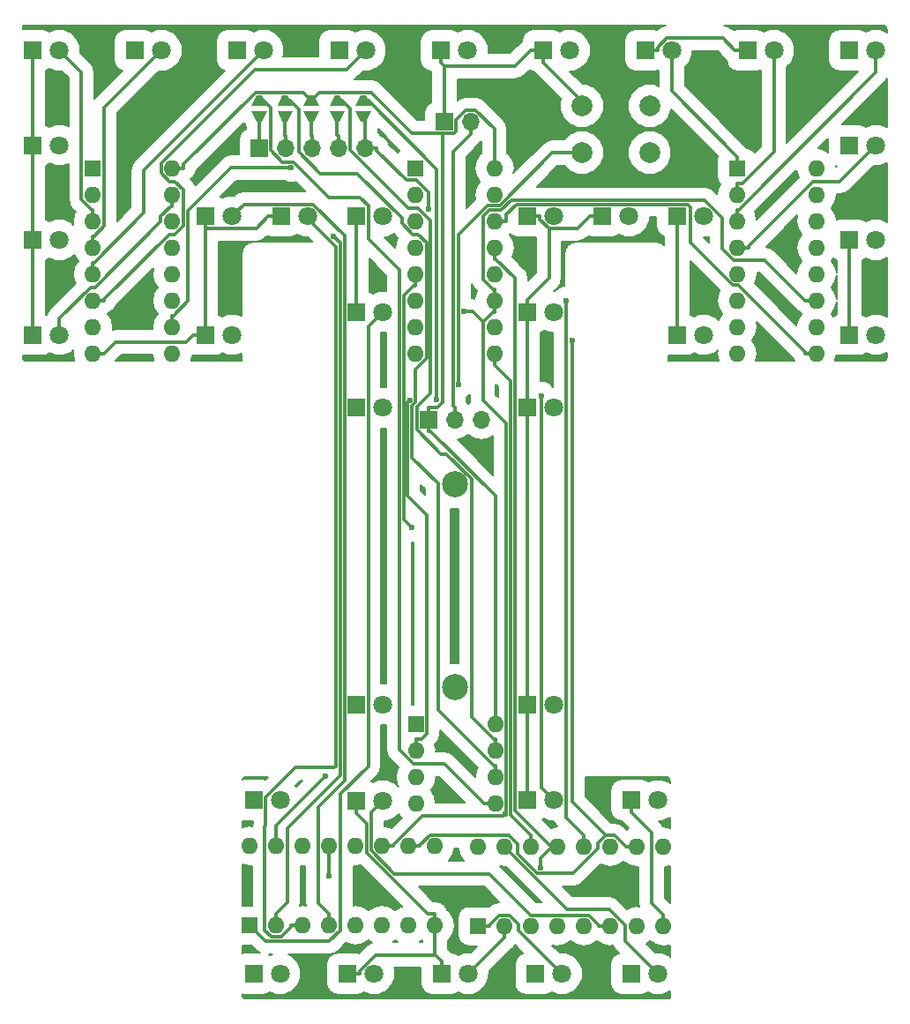
<source format=gbr>
G04 #@! TF.FileFunction,Copper,L1,Top,Signal*
%FSLAX46Y46*%
G04 Gerber Fmt 4.6, Leading zero omitted, Abs format (unit mm)*
G04 Created by KiCad (PCBNEW 4.0.7) date 08/16/18 21:07:37*
%MOMM*%
%LPD*%
G01*
G04 APERTURE LIST*
%ADD10C,0.100000*%
%ADD11R,1.800000X1.800000*%
%ADD12C,1.800000*%
%ADD13R,1.700000X1.700000*%
%ADD14O,1.700000X1.700000*%
%ADD15R,1.600000X1.600000*%
%ADD16O,1.600000X1.600000*%
%ADD17C,2.000000*%
%ADD18C,2.500000*%
%ADD19C,0.600000*%
%ADD20C,0.300000*%
%ADD21C,0.200000*%
G04 APERTURE END LIST*
D10*
D11*
X130683000Y-85217000D03*
D12*
X133223000Y-85217000D03*
D11*
X130683000Y-76117000D03*
D12*
X133223000Y-76117000D03*
D11*
X130683000Y-67017000D03*
D12*
X133223000Y-67017000D03*
D11*
X130683000Y-57917000D03*
D12*
X133223000Y-57917000D03*
D11*
X150283000Y-57917000D03*
D12*
X152823000Y-57917000D03*
D11*
X160083000Y-57917000D03*
D12*
X162623000Y-57917000D03*
D11*
X169883000Y-57917000D03*
D12*
X172423000Y-57917000D03*
D11*
X179683000Y-57917000D03*
D12*
X182223000Y-57917000D03*
D11*
X189483000Y-57917000D03*
D12*
X192023000Y-57917000D03*
D11*
X199283000Y-57917000D03*
D12*
X201823000Y-57917000D03*
D11*
X209083000Y-57917000D03*
D12*
X211623000Y-57917000D03*
D11*
X209083000Y-76117000D03*
D12*
X211623000Y-76117000D03*
D11*
X209083000Y-85217000D03*
D12*
X211623000Y-85217000D03*
D11*
X192557000Y-85217000D03*
D12*
X195097000Y-85217000D03*
D11*
X192557000Y-73837800D03*
D12*
X195097000Y-73837800D03*
D11*
X185369000Y-73837800D03*
D12*
X187909000Y-73837800D03*
D11*
X178156000Y-73837800D03*
D12*
X180696000Y-73837800D03*
D11*
X178156000Y-83037800D03*
D12*
X180696000Y-83037800D03*
D11*
X178156000Y-120699000D03*
D12*
X180696000Y-120699000D03*
D11*
X178156000Y-129899000D03*
D12*
X180696000Y-129899000D03*
D11*
X188156000Y-129899000D03*
D12*
X190696000Y-129899000D03*
D11*
X188150000Y-146558000D03*
D12*
X190690000Y-146558000D03*
D11*
X178950000Y-146558000D03*
D12*
X181490000Y-146558000D03*
D11*
X169926000Y-146558000D03*
D12*
X172466000Y-146558000D03*
D11*
X160902000Y-146558000D03*
D12*
X163442000Y-146558000D03*
D11*
X151877000Y-129899000D03*
D12*
X154417000Y-129899000D03*
D11*
X161734000Y-129921000D03*
D12*
X164274000Y-129921000D03*
D11*
X161734000Y-120699000D03*
D12*
X164274000Y-120699000D03*
D13*
X168656000Y-93345000D03*
D14*
X171196000Y-93345000D03*
X173736000Y-93345000D03*
D15*
X167450000Y-122618000D03*
D16*
X175070000Y-130238000D03*
X167450000Y-125158000D03*
X175070000Y-127698000D03*
X167450000Y-127698000D03*
X175070000Y-125158000D03*
X167450000Y-130238000D03*
X175070000Y-122618000D03*
D11*
X140483000Y-57917000D03*
D12*
X143023000Y-57917000D03*
D11*
X209083000Y-67017000D03*
D12*
X211623000Y-67017000D03*
D11*
X178156000Y-92237800D03*
D12*
X180696000Y-92237800D03*
D11*
X151877000Y-146558000D03*
D12*
X154417000Y-146558000D03*
D11*
X161734000Y-92237800D03*
D12*
X164274000Y-92237800D03*
D11*
X161734000Y-83037800D03*
D12*
X164274000Y-83037800D03*
D11*
X161734000Y-73837800D03*
D12*
X164274000Y-73837800D03*
D11*
X154496000Y-73850500D03*
D12*
X157036000Y-73850500D03*
D11*
X147256000Y-73850500D03*
D12*
X149796000Y-73850500D03*
D11*
X147256000Y-85217000D03*
D12*
X149796000Y-85217000D03*
D17*
X183388000Y-67746000D03*
X183388000Y-63246000D03*
X189888000Y-67746000D03*
X189888000Y-63246000D03*
D18*
X171196000Y-99569000D03*
X171196000Y-119069000D03*
D10*
G36*
X153150000Y-63750000D02*
X152650000Y-64750000D01*
X152150000Y-64750000D01*
X151650000Y-63750000D01*
X153150000Y-63750000D01*
X153150000Y-63750000D01*
G37*
G36*
X155650000Y-63750000D02*
X155150000Y-64750000D01*
X154650000Y-64750000D01*
X154150000Y-63750000D01*
X155650000Y-63750000D01*
X155650000Y-63750000D01*
G37*
G36*
X158150000Y-63750000D02*
X157650000Y-64750000D01*
X157150000Y-64750000D01*
X156650000Y-63750000D01*
X158150000Y-63750000D01*
X158150000Y-63750000D01*
G37*
G36*
X160650000Y-63750000D02*
X160150000Y-64750000D01*
X159650000Y-64750000D01*
X159150000Y-63750000D01*
X160650000Y-63750000D01*
X160650000Y-63750000D01*
G37*
G36*
X163150000Y-63750000D02*
X162650000Y-64750000D01*
X162150000Y-64750000D01*
X161650000Y-63750000D01*
X163150000Y-63750000D01*
X163150000Y-63750000D01*
G37*
G36*
X161650000Y-63250000D02*
X162150000Y-62250000D01*
X162650000Y-62250000D01*
X163150000Y-63250000D01*
X161650000Y-63250000D01*
X161650000Y-63250000D01*
G37*
G36*
X159150000Y-63250000D02*
X159650000Y-62250000D01*
X160150000Y-62250000D01*
X160650000Y-63250000D01*
X159150000Y-63250000D01*
X159150000Y-63250000D01*
G37*
G36*
X156650000Y-63250000D02*
X157150000Y-62250000D01*
X157650000Y-62250000D01*
X158150000Y-63250000D01*
X156650000Y-63250000D01*
X156650000Y-63250000D01*
G37*
G36*
X154150000Y-63250000D02*
X154650000Y-62250000D01*
X155150000Y-62250000D01*
X155650000Y-63250000D01*
X154150000Y-63250000D01*
X154150000Y-63250000D01*
G37*
G36*
X151650000Y-63250000D02*
X152150000Y-62250000D01*
X152650000Y-62250000D01*
X153150000Y-63250000D01*
X151650000Y-63250000D01*
X151650000Y-63250000D01*
G37*
D13*
X152400000Y-67310000D03*
D14*
X154940000Y-67310000D03*
X157480000Y-67310000D03*
X160020000Y-67310000D03*
X162560000Y-67310000D03*
D13*
X170180000Y-64770000D03*
D14*
X172720000Y-64770000D03*
D15*
X198298000Y-69215000D03*
D16*
X205918000Y-86995000D03*
X198298000Y-71755000D03*
X205918000Y-84455000D03*
X198298000Y-74295000D03*
X205918000Y-81915000D03*
X198298000Y-76835000D03*
X205918000Y-79375000D03*
X198298000Y-79375000D03*
X205918000Y-76835000D03*
X198298000Y-81915000D03*
X205918000Y-74295000D03*
X198298000Y-84455000D03*
X205918000Y-71755000D03*
X198298000Y-86995000D03*
X205918000Y-69215000D03*
D15*
X167373000Y-69215000D03*
D16*
X174993000Y-86995000D03*
X167373000Y-71755000D03*
X174993000Y-84455000D03*
X167373000Y-74295000D03*
X174993000Y-81915000D03*
X167373000Y-76835000D03*
X174993000Y-79375000D03*
X167373000Y-79375000D03*
X174993000Y-76835000D03*
X167373000Y-81915000D03*
X174993000Y-74295000D03*
X167373000Y-84455000D03*
X174993000Y-71755000D03*
X167373000Y-86995000D03*
X174993000Y-69215000D03*
D15*
X136449000Y-69215000D03*
D16*
X144069000Y-86995000D03*
X136449000Y-71755000D03*
X144069000Y-84455000D03*
X136449000Y-74295000D03*
X144069000Y-81915000D03*
X136449000Y-76835000D03*
X144069000Y-79375000D03*
X136449000Y-79375000D03*
X144069000Y-76835000D03*
X136449000Y-81915000D03*
X144069000Y-74295000D03*
X136449000Y-84455000D03*
X144069000Y-71755000D03*
X136449000Y-86995000D03*
X144069000Y-69215000D03*
D15*
X173418000Y-142002000D03*
D16*
X191198000Y-134382000D03*
X175958000Y-142002000D03*
X188658000Y-134382000D03*
X178498000Y-142002000D03*
X186118000Y-134382000D03*
X181038000Y-142002000D03*
X183578000Y-134382000D03*
X183578000Y-142002000D03*
X181038000Y-134382000D03*
X186118000Y-142002000D03*
X178498000Y-134382000D03*
X188658000Y-142002000D03*
X175958000Y-134382000D03*
X191198000Y-142002000D03*
X173418000Y-134382000D03*
D15*
X151511000Y-141922000D03*
D16*
X169291000Y-134302000D03*
X154051000Y-141922000D03*
X166751000Y-134302000D03*
X156591000Y-141922000D03*
X164211000Y-134302000D03*
X159131000Y-141922000D03*
X161671000Y-134302000D03*
X161671000Y-141922000D03*
X159131000Y-134302000D03*
X164211000Y-141922000D03*
X156591000Y-134302000D03*
X166751000Y-141922000D03*
X154051000Y-134302000D03*
X169291000Y-141922000D03*
X151511000Y-134302000D03*
D19*
X167046200Y-103734400D03*
X179525400Y-91085000D03*
X172086000Y-82953700D03*
X176016900Y-131240800D03*
X181889800Y-81916600D03*
X168681300Y-73148100D03*
X179407000Y-136363700D03*
X159139400Y-137125900D03*
X158786200Y-127586800D03*
X159556300Y-75783400D03*
X171585000Y-90001000D03*
X182454900Y-85741900D03*
X155484800Y-69172700D03*
X169460300Y-91405700D03*
X166858500Y-91485500D03*
D20*
X133223000Y-83619300D02*
X133223000Y-85217000D01*
X136197300Y-80645000D02*
X133223000Y-83619300D01*
X136676500Y-80645000D02*
X136197300Y-80645000D01*
X142969000Y-74352500D02*
X136676500Y-80645000D01*
X142969000Y-73817400D02*
X142969000Y-74352500D01*
X143931400Y-72855000D02*
X142969000Y-73817400D01*
X144069000Y-72855000D02*
X143931400Y-72855000D01*
X144069000Y-71755000D02*
X144069000Y-72855000D01*
X135349000Y-60043000D02*
X133223000Y-57917000D01*
X135349000Y-72232600D02*
X135349000Y-60043000D01*
X136311400Y-73195000D02*
X135349000Y-72232600D01*
X136449000Y-73195000D02*
X136311400Y-73195000D01*
X136449000Y-74295000D02*
X136449000Y-73195000D01*
X136563000Y-75735000D02*
X136449000Y-75735000D01*
X137549000Y-74749000D02*
X136563000Y-75735000D01*
X137549000Y-63391000D02*
X137549000Y-74749000D01*
X143023000Y-57917000D02*
X137549000Y-63391000D01*
X136449000Y-76835000D02*
X136449000Y-75735000D01*
X141338700Y-69401300D02*
X152823000Y-57917000D01*
X141338700Y-73522800D02*
X141338700Y-69401300D01*
X136586500Y-78275000D02*
X141338700Y-73522800D01*
X136449000Y-78275000D02*
X136586500Y-78275000D01*
X136449000Y-79375000D02*
X136449000Y-78275000D01*
X160769900Y-59770100D02*
X162623000Y-57917000D01*
X152004900Y-59770100D02*
X160769900Y-59770100D01*
X143018500Y-68756500D02*
X152004900Y-59770100D01*
X143018500Y-69686800D02*
X143018500Y-68756500D01*
X143816700Y-70485000D02*
X143018500Y-69686800D01*
X144295600Y-70485000D02*
X143816700Y-70485000D01*
X145119400Y-71308800D02*
X144295600Y-70485000D01*
X145119400Y-74745900D02*
X145119400Y-71308800D01*
X144300300Y-75565000D02*
X145119400Y-74745900D01*
X143761500Y-75565000D02*
X144300300Y-75565000D01*
X137549000Y-81777500D02*
X143761500Y-75565000D01*
X137549000Y-81915000D02*
X137549000Y-81777500D01*
X136449000Y-81915000D02*
X137549000Y-81915000D01*
X192023000Y-61840000D02*
X192023000Y-57917000D01*
X198298000Y-68115000D02*
X192023000Y-61840000D01*
X198298000Y-69215000D02*
X198298000Y-68115000D01*
X201823000Y-67680000D02*
X201823000Y-57917000D01*
X198848000Y-70655000D02*
X201823000Y-67680000D01*
X198298000Y-70655000D02*
X198848000Y-70655000D01*
X198298000Y-71755000D02*
X198298000Y-70655000D01*
X211623000Y-60007500D02*
X211623000Y-57917000D01*
X198435500Y-73195000D02*
X211623000Y-60007500D01*
X198298000Y-73195000D02*
X198435500Y-73195000D01*
X198298000Y-74295000D02*
X198298000Y-73195000D01*
X208155000Y-70485000D02*
X211623000Y-67017000D01*
X205610500Y-70485000D02*
X208155000Y-70485000D01*
X199398000Y-76697500D02*
X205610500Y-70485000D01*
X199398000Y-76835000D02*
X199398000Y-76697500D01*
X198298000Y-76835000D02*
X199398000Y-76835000D01*
X167373000Y-79375000D02*
X167373000Y-80475000D01*
X167259000Y-80475000D02*
X167373000Y-80475000D01*
X166276200Y-81457800D02*
X167259000Y-80475000D01*
X166276200Y-102964400D02*
X166276200Y-81457800D01*
X167046200Y-103734400D02*
X166276200Y-102964400D01*
X179525400Y-128728400D02*
X180696000Y-129899000D01*
X179525400Y-91085000D02*
X179525400Y-128728400D01*
X187529700Y-143397700D02*
X190690000Y-146558000D01*
X187529700Y-141907900D02*
X187529700Y-143397700D01*
X185991900Y-140370100D02*
X187529700Y-141907900D01*
X181946100Y-140370100D02*
X185991900Y-140370100D01*
X175958000Y-134382000D02*
X181946100Y-140370100D01*
X177318400Y-142386400D02*
X181490000Y-146558000D01*
X177318400Y-141840300D02*
X177318400Y-142386400D01*
X176414700Y-140936600D02*
X177318400Y-141840300D01*
X175450100Y-140936600D02*
X176414700Y-140936600D01*
X174518000Y-141868700D02*
X175450100Y-140936600D01*
X174518000Y-142002000D02*
X174518000Y-141868700D01*
X173418000Y-142002000D02*
X174518000Y-142002000D01*
X175922000Y-143102000D02*
X172466000Y-146558000D01*
X175958000Y-143102000D02*
X175922000Y-143102000D01*
X175958000Y-142002000D02*
X175958000Y-143102000D01*
X163148500Y-131046500D02*
X164274000Y-129921000D01*
X163148500Y-134740000D02*
X163148500Y-131046500D01*
X165364100Y-136955600D02*
X163148500Y-134740000D01*
X174506000Y-136955600D02*
X165364100Y-136955600D01*
X178479900Y-140929500D02*
X174506000Y-136955600D01*
X184079700Y-140929500D02*
X178479900Y-140929500D01*
X185018000Y-141867800D02*
X184079700Y-140929500D01*
X185018000Y-142002000D02*
X185018000Y-141867800D01*
X186118000Y-142002000D02*
X185018000Y-142002000D01*
X200932000Y-78029000D02*
X204818000Y-81915000D01*
X197942800Y-78029000D02*
X200932000Y-78029000D01*
X196861000Y-76947200D02*
X197942800Y-78029000D01*
X196861000Y-73960500D02*
X196861000Y-76947200D01*
X195170300Y-72269800D02*
X196861000Y-73960500D01*
X176587900Y-72269800D02*
X195170300Y-72269800D01*
X175613100Y-73244600D02*
X176587900Y-72269800D01*
X174508600Y-73244600D02*
X175613100Y-73244600D01*
X173938600Y-73814600D02*
X174508600Y-73244600D01*
X173938600Y-79886700D02*
X173938600Y-73814600D01*
X174866900Y-80815000D02*
X173938600Y-79886700D01*
X174993000Y-80815000D02*
X174866900Y-80815000D01*
X205918000Y-81915000D02*
X204818000Y-81915000D01*
X174993000Y-81365000D02*
X174993000Y-80815000D01*
X174993000Y-81915000D02*
X174993000Y-81365000D01*
X154900000Y-66120000D02*
X154940000Y-66160000D01*
X154900000Y-64250000D02*
X154900000Y-66120000D01*
X154940000Y-67310000D02*
X154940000Y-66160000D01*
X164211000Y-134302000D02*
X165311000Y-134302000D01*
X174993000Y-81915000D02*
X174993000Y-83015000D01*
X172869700Y-82953700D02*
X173893100Y-83977100D01*
X172086000Y-82953700D02*
X172869700Y-82953700D01*
X174855200Y-83015000D02*
X174993000Y-83015000D01*
X173893100Y-83977100D02*
X174855200Y-83015000D01*
X175857400Y-131400300D02*
X176016900Y-131240800D01*
X168075200Y-131400300D02*
X175857400Y-131400300D01*
X165311000Y-134164500D02*
X168075200Y-131400300D01*
X165311000Y-134302000D02*
X165311000Y-134164500D01*
X173893100Y-91530600D02*
X173893100Y-83977100D01*
X176120400Y-93757900D02*
X173893100Y-91530600D01*
X176120400Y-131137300D02*
X176120400Y-93757900D01*
X176016900Y-131240800D02*
X176120400Y-131137300D01*
X159900000Y-66040000D02*
X159900000Y-64250000D01*
X160020000Y-66160000D02*
X159900000Y-66040000D01*
X160020000Y-67310000D02*
X160020000Y-66160000D01*
X181889800Y-131593800D02*
X183578000Y-133282000D01*
X181889800Y-81916600D02*
X181889800Y-131593800D01*
X183578000Y-134382000D02*
X183578000Y-133282000D01*
X168681300Y-71565600D02*
X168681300Y-73148100D01*
X167459000Y-70343300D02*
X168681300Y-71565600D01*
X166527700Y-70343300D02*
X167459000Y-70343300D01*
X163710000Y-67525600D02*
X166527700Y-70343300D01*
X163710000Y-67310000D02*
X163710000Y-67525600D01*
X162560000Y-67310000D02*
X163710000Y-67310000D01*
X162560000Y-64410000D02*
X162560000Y-67310000D01*
X162400000Y-64250000D02*
X162560000Y-64410000D01*
X181038000Y-134382000D02*
X180488000Y-134382000D01*
X179407000Y-135463000D02*
X179407000Y-136363700D01*
X180488000Y-134382000D02*
X179407000Y-135463000D01*
X159131000Y-137117500D02*
X159131000Y-134302000D01*
X159139400Y-137125900D02*
X159131000Y-137117500D01*
X174993000Y-76835000D02*
X174993000Y-77935000D01*
X175130500Y-77935000D02*
X174993000Y-77935000D01*
X176967500Y-79772000D02*
X175130500Y-77935000D01*
X176967500Y-130875500D02*
X176967500Y-79772000D01*
X180474000Y-134382000D02*
X176967500Y-130875500D01*
X180488000Y-134382000D02*
X180474000Y-134382000D01*
X144069000Y-69215000D02*
X145169000Y-69215000D01*
X145169000Y-68862900D02*
X145169000Y-69215000D01*
X152034600Y-61997300D02*
X145169000Y-68862900D01*
X156647300Y-61997300D02*
X152034600Y-61997300D01*
X157400000Y-62750000D02*
X156647300Y-61997300D01*
X168656000Y-93345000D02*
X168656000Y-92195000D01*
X169518500Y-92195000D02*
X168656000Y-92195000D01*
X170016100Y-91697400D02*
X169518500Y-92195000D01*
X170016100Y-65870400D02*
X170016100Y-91697400D01*
X171152200Y-65870400D02*
X170016100Y-65870400D01*
X171308400Y-65714200D02*
X171152200Y-65870400D01*
X171308400Y-64614700D02*
X171308400Y-65714200D01*
X172253500Y-63669600D02*
X171308400Y-64614700D01*
X173185100Y-63669600D02*
X172253500Y-63669600D01*
X174993000Y-65477500D02*
X173185100Y-63669600D01*
X174993000Y-69215000D02*
X174993000Y-65477500D01*
X158187700Y-61962300D02*
X157400000Y-62750000D01*
X163167100Y-61962300D02*
X158187700Y-61962300D01*
X167075200Y-65870400D02*
X163167100Y-61962300D01*
X170016100Y-65870400D02*
X167075200Y-65870400D01*
X168871600Y-94495000D02*
X168656000Y-94495000D01*
X175070000Y-100693400D02*
X168871600Y-94495000D01*
X175070000Y-122618000D02*
X175070000Y-100693400D01*
X168656000Y-93345000D02*
X168656000Y-94495000D01*
X204818000Y-86881000D02*
X204818000Y-86995000D01*
X198395800Y-80458800D02*
X204818000Y-86881000D01*
X197896000Y-80458800D02*
X198395800Y-80458800D01*
X193827000Y-76389800D02*
X197896000Y-80458800D01*
X193827000Y-72945100D02*
X193827000Y-76389800D01*
X193569300Y-72687400D02*
X193827000Y-72945100D01*
X177098100Y-72687400D02*
X193569300Y-72687400D01*
X176093000Y-73692500D02*
X177098100Y-72687400D01*
X176093000Y-74295000D02*
X176093000Y-73692500D01*
X174993000Y-74295000D02*
X176093000Y-74295000D01*
X205918000Y-86995000D02*
X204818000Y-86995000D01*
X178498000Y-134382000D02*
X178498000Y-133282000D01*
X174993000Y-86995000D02*
X174993000Y-88095000D01*
X176567200Y-89669200D02*
X174993000Y-88095000D01*
X176567200Y-131351200D02*
X176567200Y-89669200D01*
X178498000Y-133282000D02*
X176567200Y-131351200D01*
X154051000Y-132322000D02*
X158786200Y-127586800D01*
X154051000Y-134302000D02*
X154051000Y-132322000D01*
X162884400Y-84427400D02*
X164274000Y-83037800D01*
X162884400Y-126616600D02*
X162884400Y-84427400D01*
X160181400Y-129319600D02*
X162884400Y-126616600D01*
X160181400Y-142382100D02*
X160181400Y-129319600D01*
X159109700Y-143453800D02*
X160181400Y-142382100D01*
X153042800Y-143453800D02*
X159109700Y-143453800D01*
X151511000Y-141922000D02*
X153042800Y-143453800D01*
X160176700Y-76403800D02*
X159556300Y-75783400D01*
X160176700Y-127523600D02*
X160176700Y-76403800D01*
X155151000Y-132549300D02*
X160176700Y-127523600D01*
X155151000Y-139722000D02*
X155151000Y-132549300D01*
X154051000Y-140822000D02*
X155151000Y-139722000D01*
X154051000Y-141922000D02*
X154051000Y-140822000D01*
X156591000Y-141922000D02*
X155491000Y-141922000D01*
X155491000Y-142059500D02*
X155491000Y-141922000D01*
X154515500Y-143035000D02*
X155491000Y-142059500D01*
X153572300Y-143035000D02*
X154515500Y-143035000D01*
X152948700Y-142411400D02*
X153572300Y-143035000D01*
X152948700Y-132427700D02*
X152948700Y-142411400D01*
X153027400Y-132349000D02*
X152948700Y-132427700D01*
X153027400Y-129625900D02*
X153027400Y-132349000D01*
X155895600Y-126757700D02*
X153027400Y-129625900D01*
X159647800Y-126757700D02*
X155895600Y-126757700D01*
X159776300Y-126629200D02*
X159647800Y-126757700D01*
X159776300Y-76781500D02*
X159776300Y-126629200D01*
X157036000Y-74041200D02*
X159776300Y-76781500D01*
X157036000Y-73850500D02*
X157036000Y-74041200D01*
X150946400Y-72700100D02*
X149796000Y-73850500D01*
X157574600Y-72700100D02*
X150946400Y-72700100D01*
X160583600Y-75709100D02*
X157574600Y-72700100D01*
X160583600Y-128010900D02*
X160583600Y-75709100D01*
X158067400Y-130527100D02*
X160583600Y-128010900D01*
X158067400Y-139758400D02*
X158067400Y-130527100D01*
X159131000Y-140822000D02*
X158067400Y-139758400D01*
X159131000Y-141922000D02*
X159131000Y-140822000D01*
X171196000Y-93345000D02*
X171196000Y-92195000D01*
X172720000Y-64770000D02*
X172720000Y-65920000D01*
X171034700Y-92033700D02*
X171196000Y-92195000D01*
X171034700Y-67605300D02*
X171034700Y-92033700D01*
X172720000Y-65920000D02*
X171034700Y-67605300D01*
X171535700Y-89951700D02*
X171585000Y-90001000D01*
X171535700Y-75622200D02*
X171535700Y-89951700D01*
X174352500Y-72805400D02*
X171535700Y-75622200D01*
X175486000Y-72805400D02*
X174352500Y-72805400D01*
X180545400Y-67746000D02*
X175486000Y-72805400D01*
X183388000Y-67746000D02*
X180545400Y-67746000D01*
X170180000Y-64770000D02*
X170180000Y-63620000D01*
X154496000Y-73850500D02*
X153296000Y-73850500D01*
X147256000Y-73850500D02*
X147256000Y-75011700D01*
X147256000Y-75011700D02*
X147256000Y-85217000D01*
X130683000Y-57917000D02*
X130683000Y-67017000D01*
X178156000Y-92237800D02*
X178156000Y-91037800D01*
X130683000Y-67017000D02*
X130683000Y-76117000D01*
X130683000Y-76117000D02*
X130683000Y-85217000D01*
X169926000Y-146558000D02*
X169926000Y-145358000D01*
X178156000Y-120699000D02*
X178156000Y-129899000D01*
X178156000Y-93437800D02*
X178156000Y-119499000D01*
X178156000Y-92237800D02*
X178156000Y-93437800D01*
X178156000Y-120699000D02*
X178156000Y-119499000D01*
X152134800Y-75011700D02*
X147256000Y-75011700D01*
X153296000Y-73850500D02*
X152134800Y-75011700D01*
X169883000Y-57917000D02*
X169883000Y-59117000D01*
X179683000Y-57917000D02*
X178483000Y-57917000D01*
X176986000Y-59414000D02*
X178483000Y-57917000D01*
X170180000Y-59414000D02*
X176986000Y-59414000D01*
X169883000Y-59117000D02*
X170180000Y-59414000D01*
X170180000Y-59414000D02*
X170180000Y-63620000D01*
X183388000Y-62822000D02*
X179683000Y-59117000D01*
X183388000Y-63246000D02*
X183388000Y-62822000D01*
X179683000Y-57917000D02*
X179683000Y-59117000D01*
X178156000Y-83636000D02*
X178156000Y-84237800D01*
X196926800Y-56760800D02*
X198083000Y-57917000D01*
X191550000Y-56760800D02*
X196926800Y-56760800D01*
X190683000Y-57627800D02*
X191550000Y-56760800D01*
X190683000Y-57917000D02*
X190683000Y-57627800D01*
X189483000Y-57917000D02*
X190683000Y-57917000D01*
X199283000Y-57917000D02*
X198083000Y-57917000D01*
X209083000Y-76117000D02*
X209083000Y-85217000D01*
X145378000Y-85895000D02*
X146056000Y-85217000D01*
X138649000Y-85895000D02*
X145378000Y-85895000D01*
X137549000Y-86995000D02*
X138649000Y-85895000D01*
X136449000Y-86995000D02*
X137549000Y-86995000D01*
X147256000Y-85217000D02*
X146056000Y-85217000D01*
X161734000Y-81837800D02*
X161734000Y-75037800D01*
X161734000Y-83037800D02*
X161734000Y-81837800D01*
X161734000Y-73837800D02*
X161734000Y-75037800D01*
X185369000Y-73837800D02*
X184169000Y-73837800D01*
X178156000Y-73837800D02*
X179356000Y-73837800D01*
X183010200Y-74996600D02*
X180225000Y-74996600D01*
X184169000Y-73837800D02*
X183010200Y-74996600D01*
X179356000Y-74127600D02*
X179356000Y-73837800D01*
X180225000Y-74996600D02*
X179356000Y-74127600D01*
X178156000Y-83636000D02*
X178156000Y-83037800D01*
X180225000Y-79768800D02*
X180225000Y-74996600D01*
X178156000Y-81837800D02*
X180225000Y-79768800D01*
X178156000Y-83037800D02*
X178156000Y-81837800D01*
X190098000Y-133041000D02*
X188156000Y-131099000D01*
X190098000Y-139802000D02*
X190098000Y-133041000D01*
X191198000Y-140902000D02*
X190098000Y-139802000D01*
X191198000Y-142002000D02*
X191198000Y-140902000D01*
X188156000Y-129899000D02*
X188156000Y-131099000D01*
X178156000Y-84237800D02*
X178156000Y-91037800D01*
X192557000Y-85217000D02*
X192557000Y-73837800D01*
X160902000Y-146558000D02*
X162102000Y-146558000D01*
X169309500Y-144741500D02*
X169291000Y-144741500D01*
X169926000Y-145358000D02*
X169309500Y-144741500D01*
X162102000Y-146258000D02*
X162102000Y-146558000D01*
X163618500Y-144741500D02*
X162102000Y-146258000D01*
X169291000Y-144741500D02*
X163618500Y-144741500D01*
X161734000Y-129921000D02*
X161734000Y-131121000D01*
X169291000Y-141922000D02*
X169291000Y-144741500D01*
X162748100Y-132135100D02*
X161734000Y-131121000D01*
X162748100Y-134966600D02*
X162748100Y-132135100D01*
X168603500Y-140822000D02*
X162748100Y-134966600D01*
X169291000Y-140822000D02*
X168603500Y-140822000D01*
X169291000Y-141922000D02*
X169291000Y-140822000D01*
X152400000Y-67310000D02*
X152400000Y-64250000D01*
X157400000Y-66080000D02*
X157400000Y-64250000D01*
X157480000Y-66160000D02*
X157400000Y-66080000D01*
X157480000Y-67310000D02*
X157480000Y-66160000D01*
X188658000Y-134382000D02*
X187603600Y-134382000D01*
X166751000Y-134302000D02*
X167851000Y-134302000D01*
X182454900Y-130055000D02*
X185687600Y-133287700D01*
X182454900Y-85741900D02*
X182454900Y-130055000D01*
X184935800Y-134039500D02*
X185687600Y-133287700D01*
X184935800Y-134543400D02*
X184935800Y-134039500D01*
X182550800Y-136928400D02*
X184935800Y-134543400D01*
X179114500Y-136928400D02*
X182550800Y-136928400D01*
X177228000Y-135041900D02*
X179114500Y-136928400D01*
X177228000Y-134099800D02*
X177228000Y-135041900D01*
X176379900Y-133251700D02*
X177228000Y-134099800D01*
X168801900Y-133251700D02*
X176379900Y-133251700D01*
X167851000Y-134202600D02*
X168801900Y-133251700D01*
X167851000Y-134302000D02*
X167851000Y-134202600D01*
X186509300Y-133287700D02*
X187603600Y-134382000D01*
X185687600Y-133287700D02*
X186509300Y-133287700D01*
X144183000Y-83355000D02*
X144069000Y-83355000D01*
X145558600Y-81979400D02*
X144183000Y-83355000D01*
X145558600Y-73331800D02*
X145558600Y-81979400D01*
X149717700Y-69172700D02*
X145558600Y-73331800D01*
X155484800Y-69172700D02*
X149717700Y-69172700D01*
X144069000Y-84455000D02*
X144069000Y-83355000D01*
X167450000Y-125158000D02*
X167450000Y-124058000D01*
X166676600Y-91667400D02*
X166858500Y-91485500D01*
X166676600Y-100702400D02*
X166676600Y-91667400D01*
X168500300Y-102526100D02*
X166676600Y-100702400D01*
X168500300Y-123532500D02*
X168500300Y-102526100D01*
X167974800Y-124058000D02*
X168500300Y-123532500D01*
X167450000Y-124058000D02*
X167974800Y-124058000D01*
X169460300Y-69314700D02*
X169460300Y-91405700D01*
X162895600Y-62750000D02*
X169460300Y-69314700D01*
X162400000Y-62750000D02*
X162895600Y-62750000D01*
X161120400Y-64050000D02*
X161120400Y-63470400D01*
X160400000Y-62750000D02*
X159900000Y-62750000D01*
X161120400Y-63470400D02*
X160400000Y-62750000D01*
X175070000Y-125158000D02*
X175070000Y-124058000D01*
X174959800Y-124058000D02*
X175070000Y-124058000D01*
X172777700Y-121875900D02*
X174959800Y-124058000D01*
X172777700Y-99027500D02*
X172777700Y-121875900D01*
X170393900Y-96643700D02*
X172777700Y-99027500D01*
X169829400Y-96643700D02*
X170393900Y-96643700D01*
X167538300Y-94352600D02*
X169829400Y-96643700D01*
X167538300Y-92150100D02*
X167538300Y-94352600D01*
X168864200Y-90824200D02*
X167538300Y-92150100D01*
X168864200Y-74263300D02*
X168864200Y-90824200D01*
X167643000Y-73042100D02*
X168864200Y-74263300D01*
X166679300Y-73042100D02*
X167643000Y-73042100D01*
X161120400Y-67483200D02*
X166679300Y-73042100D01*
X161120400Y-64050000D02*
X161120400Y-67483200D01*
X159900000Y-62750000D02*
X160031600Y-62750000D01*
X156210000Y-64050000D02*
X156210000Y-63560000D01*
X155400000Y-62750000D02*
X154900000Y-62750000D01*
X156210000Y-63560000D02*
X155400000Y-62750000D01*
X174956000Y-126598000D02*
X175070000Y-126598000D01*
X169570600Y-121212600D02*
X174956000Y-126598000D01*
X169570600Y-99495500D02*
X169570600Y-121212600D01*
X167095700Y-97020600D02*
X169570600Y-99495500D01*
X167095700Y-92026700D02*
X167095700Y-97020600D01*
X167408900Y-91713500D02*
X167095700Y-92026700D01*
X167408900Y-88522300D02*
X167408900Y-91713500D01*
X168462500Y-87468700D02*
X167408900Y-88522300D01*
X168462500Y-76404500D02*
X168462500Y-87468700D01*
X167623000Y-75565000D02*
X168462500Y-76404500D01*
X167142600Y-75565000D02*
X167623000Y-75565000D01*
X166092200Y-74514600D02*
X167142600Y-75565000D01*
X166092200Y-74016500D02*
X166092200Y-74514600D01*
X161812100Y-69736400D02*
X166092200Y-74016500D01*
X158273500Y-69736400D02*
X161812100Y-69736400D01*
X156210000Y-67672900D02*
X158273500Y-69736400D01*
X156210000Y-64050000D02*
X156210000Y-67672900D01*
X154900000Y-62750000D02*
X155004000Y-62750000D01*
X175070000Y-127698000D02*
X175070000Y-126598000D01*
X153528400Y-64050000D02*
X153528400Y-63428400D01*
X153528400Y-63428400D02*
X152850000Y-62750000D01*
X152850000Y-62750000D02*
X152400000Y-62750000D01*
X175070000Y-130238000D02*
X173970000Y-130238000D01*
X152510900Y-62750000D02*
X152400000Y-62750000D01*
X153528400Y-67508000D02*
X153528400Y-64050000D01*
X154642800Y-68622400D02*
X153528400Y-67508000D01*
X155712700Y-68622400D02*
X154642800Y-68622400D01*
X159105800Y-72015500D02*
X155712700Y-68622400D01*
X162093000Y-72015500D02*
X159105800Y-72015500D01*
X162884400Y-72806900D02*
X162093000Y-72015500D01*
X162884400Y-76063700D02*
X162884400Y-72806900D01*
X165849200Y-79028500D02*
X162884400Y-76063700D01*
X165849200Y-125047100D02*
X165849200Y-79028500D01*
X167230100Y-126428000D02*
X165849200Y-125047100D01*
X170160000Y-126428000D02*
X167230100Y-126428000D01*
X173970000Y-130238000D02*
X170160000Y-126428000D01*
D21*
G36*
X163257489Y-143563310D02*
X163171803Y-143580354D01*
X163140146Y-143586651D01*
X162734617Y-143857616D01*
X162013046Y-144579188D01*
X161802000Y-144536450D01*
X160002000Y-144536450D01*
X159594364Y-144613152D01*
X159219976Y-144854064D01*
X158968812Y-145221654D01*
X158880450Y-145658000D01*
X158880450Y-147458000D01*
X158957152Y-147865636D01*
X159198064Y-148240024D01*
X159565654Y-148491188D01*
X160002000Y-148579550D01*
X161802000Y-148579550D01*
X162209636Y-148502848D01*
X162484499Y-148325979D01*
X163042430Y-148557652D01*
X163838079Y-148558346D01*
X164573429Y-148254506D01*
X165136529Y-147692388D01*
X165441652Y-146957570D01*
X165442346Y-146161921D01*
X165371930Y-145991500D01*
X167904450Y-145991500D01*
X167904450Y-147458000D01*
X167981152Y-147865636D01*
X168222064Y-148240024D01*
X168589654Y-148491188D01*
X169026000Y-148579550D01*
X170826000Y-148579550D01*
X171233636Y-148502848D01*
X171508499Y-148325979D01*
X172066430Y-148557652D01*
X172862079Y-148558346D01*
X173597429Y-148254506D01*
X174160529Y-147692388D01*
X174465652Y-146957570D01*
X174466203Y-146325563D01*
X176733394Y-144058373D01*
X176841883Y-143985883D01*
X176965344Y-143801110D01*
X177756003Y-144591769D01*
X177642364Y-144613152D01*
X177267976Y-144854064D01*
X177016812Y-145221654D01*
X176928450Y-145658000D01*
X176928450Y-147458000D01*
X177005152Y-147865636D01*
X177246064Y-148240024D01*
X177613654Y-148491188D01*
X178050000Y-148579550D01*
X179850000Y-148579550D01*
X180257636Y-148502848D01*
X180532499Y-148325979D01*
X181090430Y-148557652D01*
X181886079Y-148558346D01*
X182621429Y-148254506D01*
X183184529Y-147692388D01*
X183489652Y-146957570D01*
X183490346Y-146161921D01*
X183186506Y-145426571D01*
X182624388Y-144863471D01*
X181889570Y-144558348D01*
X181257563Y-144557797D01*
X180539914Y-143840148D01*
X181038000Y-143939223D01*
X181765099Y-143794594D01*
X182308000Y-143431839D01*
X182850901Y-143794594D01*
X183578000Y-143939223D01*
X184305099Y-143794594D01*
X184848000Y-143431839D01*
X185390901Y-143794594D01*
X186118000Y-143939223D01*
X186381975Y-143886715D01*
X186645817Y-144281583D01*
X186956003Y-144591769D01*
X186842364Y-144613152D01*
X186467976Y-144854064D01*
X186216812Y-145221654D01*
X186128450Y-145658000D01*
X186128450Y-147458000D01*
X186205152Y-147865636D01*
X186446064Y-148240024D01*
X186813654Y-148491188D01*
X187250000Y-148579550D01*
X189050000Y-148579550D01*
X189457636Y-148502848D01*
X189732499Y-148325979D01*
X190290430Y-148557652D01*
X191086079Y-148558346D01*
X191821429Y-148254506D01*
X191865000Y-148211011D01*
X191865000Y-148728271D01*
X191836501Y-148871547D01*
X191820897Y-148894899D01*
X191797548Y-148910500D01*
X191654271Y-148939000D01*
X151245730Y-148939000D01*
X151005250Y-148891165D01*
X150899497Y-148820503D01*
X150828835Y-148714750D01*
X150794594Y-148542612D01*
X150977000Y-148579550D01*
X152777000Y-148579550D01*
X153184636Y-148502848D01*
X153459499Y-148325979D01*
X154017430Y-148557652D01*
X154813079Y-148558346D01*
X155548429Y-148254506D01*
X156111529Y-147692388D01*
X156416652Y-146957570D01*
X156417346Y-146161921D01*
X156113506Y-145426571D01*
X155551388Y-144863471D01*
X155166857Y-144703800D01*
X159109700Y-144703800D01*
X159588054Y-144608649D01*
X159993583Y-144337683D01*
X160747742Y-143583525D01*
X160943901Y-143714594D01*
X161671000Y-143859223D01*
X162398099Y-143714594D01*
X162941000Y-143351839D01*
X163257489Y-143563310D01*
X163257489Y-143563310D01*
G37*
X163257489Y-143563310D02*
X163171803Y-143580354D01*
X163140146Y-143586651D01*
X162734617Y-143857616D01*
X162013046Y-144579188D01*
X161802000Y-144536450D01*
X160002000Y-144536450D01*
X159594364Y-144613152D01*
X159219976Y-144854064D01*
X158968812Y-145221654D01*
X158880450Y-145658000D01*
X158880450Y-147458000D01*
X158957152Y-147865636D01*
X159198064Y-148240024D01*
X159565654Y-148491188D01*
X160002000Y-148579550D01*
X161802000Y-148579550D01*
X162209636Y-148502848D01*
X162484499Y-148325979D01*
X163042430Y-148557652D01*
X163838079Y-148558346D01*
X164573429Y-148254506D01*
X165136529Y-147692388D01*
X165441652Y-146957570D01*
X165442346Y-146161921D01*
X165371930Y-145991500D01*
X167904450Y-145991500D01*
X167904450Y-147458000D01*
X167981152Y-147865636D01*
X168222064Y-148240024D01*
X168589654Y-148491188D01*
X169026000Y-148579550D01*
X170826000Y-148579550D01*
X171233636Y-148502848D01*
X171508499Y-148325979D01*
X172066430Y-148557652D01*
X172862079Y-148558346D01*
X173597429Y-148254506D01*
X174160529Y-147692388D01*
X174465652Y-146957570D01*
X174466203Y-146325563D01*
X176733394Y-144058373D01*
X176841883Y-143985883D01*
X176965344Y-143801110D01*
X177756003Y-144591769D01*
X177642364Y-144613152D01*
X177267976Y-144854064D01*
X177016812Y-145221654D01*
X176928450Y-145658000D01*
X176928450Y-147458000D01*
X177005152Y-147865636D01*
X177246064Y-148240024D01*
X177613654Y-148491188D01*
X178050000Y-148579550D01*
X179850000Y-148579550D01*
X180257636Y-148502848D01*
X180532499Y-148325979D01*
X181090430Y-148557652D01*
X181886079Y-148558346D01*
X182621429Y-148254506D01*
X183184529Y-147692388D01*
X183489652Y-146957570D01*
X183490346Y-146161921D01*
X183186506Y-145426571D01*
X182624388Y-144863471D01*
X181889570Y-144558348D01*
X181257563Y-144557797D01*
X180539914Y-143840148D01*
X181038000Y-143939223D01*
X181765099Y-143794594D01*
X182308000Y-143431839D01*
X182850901Y-143794594D01*
X183578000Y-143939223D01*
X184305099Y-143794594D01*
X184848000Y-143431839D01*
X185390901Y-143794594D01*
X186118000Y-143939223D01*
X186381975Y-143886715D01*
X186645817Y-144281583D01*
X186956003Y-144591769D01*
X186842364Y-144613152D01*
X186467976Y-144854064D01*
X186216812Y-145221654D01*
X186128450Y-145658000D01*
X186128450Y-147458000D01*
X186205152Y-147865636D01*
X186446064Y-148240024D01*
X186813654Y-148491188D01*
X187250000Y-148579550D01*
X189050000Y-148579550D01*
X189457636Y-148502848D01*
X189732499Y-148325979D01*
X190290430Y-148557652D01*
X191086079Y-148558346D01*
X191821429Y-148254506D01*
X191865000Y-148211011D01*
X191865000Y-148728271D01*
X191836501Y-148871547D01*
X191820897Y-148894899D01*
X191797548Y-148910500D01*
X191654271Y-148939000D01*
X151245730Y-148939000D01*
X151005250Y-148891165D01*
X150899497Y-148820503D01*
X150828835Y-148714750D01*
X150794594Y-148542612D01*
X150977000Y-148579550D01*
X152777000Y-148579550D01*
X153184636Y-148502848D01*
X153459499Y-148325979D01*
X154017430Y-148557652D01*
X154813079Y-148558346D01*
X155548429Y-148254506D01*
X156111529Y-147692388D01*
X156416652Y-146957570D01*
X156417346Y-146161921D01*
X156113506Y-145426571D01*
X155551388Y-144863471D01*
X155166857Y-144703800D01*
X159109700Y-144703800D01*
X159588054Y-144608649D01*
X159993583Y-144337683D01*
X160747742Y-143583525D01*
X160943901Y-143714594D01*
X161671000Y-143859223D01*
X162398099Y-143714594D01*
X162941000Y-143351839D01*
X163257489Y-143563310D01*
G36*
X190470901Y-143794594D02*
X191198000Y-143939223D01*
X191865000Y-143806548D01*
X191865000Y-144904154D01*
X191824388Y-144863471D01*
X191089570Y-144558348D01*
X190457563Y-144557797D01*
X189570488Y-143670721D01*
X189928000Y-143431839D01*
X190470901Y-143794594D01*
X190470901Y-143794594D01*
G37*
X190470901Y-143794594D02*
X191198000Y-143939223D01*
X191865000Y-143806548D01*
X191865000Y-144904154D01*
X191824388Y-144863471D01*
X191089570Y-144558348D01*
X190457563Y-144557797D01*
X189570488Y-143670721D01*
X189928000Y-143431839D01*
X190470901Y-143794594D01*
G36*
X175469234Y-139686600D02*
X175450100Y-139686600D01*
X175089139Y-139758400D01*
X174971745Y-139781751D01*
X174566216Y-140052717D01*
X174484513Y-140134420D01*
X174218000Y-140080450D01*
X172618000Y-140080450D01*
X172210364Y-140157152D01*
X171835976Y-140398064D01*
X171584812Y-140765654D01*
X171496450Y-141202000D01*
X171496450Y-142802000D01*
X171573152Y-143209636D01*
X171814064Y-143584024D01*
X172181654Y-143835188D01*
X172618000Y-143923550D01*
X173332683Y-143923550D01*
X172698032Y-144558202D01*
X172069921Y-144557654D01*
X171505423Y-144790900D01*
X171262346Y-144624812D01*
X170855529Y-144542430D01*
X170809884Y-144474117D01*
X170541000Y-144205233D01*
X170541000Y-143365203D01*
X170634503Y-143302726D01*
X171046371Y-142686322D01*
X171191000Y-141959223D01*
X171191000Y-141884777D01*
X171046371Y-141157678D01*
X170634503Y-140541274D01*
X170462268Y-140426190D01*
X170445849Y-140343646D01*
X170174883Y-139938117D01*
X169769354Y-139667151D01*
X169291000Y-139572000D01*
X169121267Y-139572000D01*
X167754867Y-138205600D01*
X173988234Y-138205600D01*
X175469234Y-139686600D01*
X175469234Y-139686600D01*
G37*
X175469234Y-139686600D02*
X175450100Y-139686600D01*
X175089139Y-139758400D01*
X174971745Y-139781751D01*
X174566216Y-140052717D01*
X174484513Y-140134420D01*
X174218000Y-140080450D01*
X172618000Y-140080450D01*
X172210364Y-140157152D01*
X171835976Y-140398064D01*
X171584812Y-140765654D01*
X171496450Y-141202000D01*
X171496450Y-142802000D01*
X171573152Y-143209636D01*
X171814064Y-143584024D01*
X172181654Y-143835188D01*
X172618000Y-143923550D01*
X173332683Y-143923550D01*
X172698032Y-144558202D01*
X172069921Y-144557654D01*
X171505423Y-144790900D01*
X171262346Y-144624812D01*
X170855529Y-144542430D01*
X170809884Y-144474117D01*
X170541000Y-144205233D01*
X170541000Y-143365203D01*
X170634503Y-143302726D01*
X171046371Y-142686322D01*
X171191000Y-141959223D01*
X171191000Y-141884777D01*
X171046371Y-141157678D01*
X170634503Y-140541274D01*
X170462268Y-140426190D01*
X170445849Y-140343646D01*
X170174883Y-139938117D01*
X169769354Y-139667151D01*
X169291000Y-139572000D01*
X169121267Y-139572000D01*
X167754867Y-138205600D01*
X173988234Y-138205600D01*
X175469234Y-139686600D01*
G36*
X153456423Y-144790900D02*
X153328949Y-144703800D01*
X153667220Y-144703800D01*
X153456423Y-144790900D01*
X153456423Y-144790900D01*
G37*
X153456423Y-144790900D02*
X153328949Y-144703800D01*
X153667220Y-144703800D01*
X153456423Y-144790900D01*
G36*
X152158916Y-144337683D02*
X152456392Y-144536450D01*
X150977000Y-144536450D01*
X150781000Y-144573330D01*
X150781000Y-143843550D01*
X151664783Y-143843550D01*
X152158916Y-144337683D01*
X152158916Y-144337683D01*
G37*
X152158916Y-144337683D02*
X152456392Y-144536450D01*
X150977000Y-144536450D01*
X150781000Y-144573330D01*
X150781000Y-143843550D01*
X151664783Y-143843550D01*
X152158916Y-144337683D01*
G36*
X165690017Y-143491500D02*
X165271983Y-143491500D01*
X165481000Y-143351839D01*
X165690017Y-143491500D01*
X165690017Y-143491500D01*
G37*
X165690017Y-143491500D02*
X165271983Y-143491500D01*
X165481000Y-143351839D01*
X165690017Y-143491500D01*
G36*
X168041000Y-143365203D02*
X168041000Y-143491500D01*
X167811983Y-143491500D01*
X168021000Y-143351839D01*
X168041000Y-143365203D01*
X168041000Y-143365203D01*
G37*
X168041000Y-143365203D02*
X168041000Y-143491500D01*
X167811983Y-143491500D01*
X168021000Y-143351839D01*
X168041000Y-143365203D01*
G36*
X166123356Y-140109623D02*
X166023901Y-140129406D01*
X165481000Y-140492161D01*
X164938099Y-140129406D01*
X164211000Y-139984777D01*
X163483901Y-140129406D01*
X162941000Y-140492161D01*
X162398099Y-140129406D01*
X161671000Y-139984777D01*
X161431400Y-140032436D01*
X161431400Y-136191564D01*
X161671000Y-136239223D01*
X162156404Y-136142670D01*
X166123356Y-140109623D01*
X166123356Y-140109623D01*
G37*
X166123356Y-140109623D02*
X166023901Y-140129406D01*
X165481000Y-140492161D01*
X164938099Y-140129406D01*
X164211000Y-139984777D01*
X163483901Y-140129406D01*
X162941000Y-140492161D01*
X162398099Y-140129406D01*
X161671000Y-139984777D01*
X161431400Y-140032436D01*
X161431400Y-136191564D01*
X161671000Y-136239223D01*
X162156404Y-136142670D01*
X166123356Y-140109623D01*
G36*
X187930901Y-136174594D02*
X188658000Y-136319223D01*
X188848000Y-136281430D01*
X188848000Y-139802000D01*
X188910250Y-140114953D01*
X188658000Y-140064777D01*
X187930901Y-140209406D01*
X187731924Y-140342358D01*
X186875783Y-139486217D01*
X186470254Y-139215251D01*
X185991900Y-139120100D01*
X182463867Y-139120100D01*
X181522167Y-138178400D01*
X182550800Y-138178400D01*
X183029154Y-138083249D01*
X183434683Y-137812283D01*
X185199957Y-136047009D01*
X185390901Y-136174594D01*
X186118000Y-136319223D01*
X186845099Y-136174594D01*
X187388000Y-135811839D01*
X187930901Y-136174594D01*
X187930901Y-136174594D01*
G37*
X187930901Y-136174594D02*
X188658000Y-136319223D01*
X188848000Y-136281430D01*
X188848000Y-139802000D01*
X188910250Y-140114953D01*
X188658000Y-140064777D01*
X187930901Y-140209406D01*
X187731924Y-140342358D01*
X186875783Y-139486217D01*
X186470254Y-139215251D01*
X185991900Y-139120100D01*
X182463867Y-139120100D01*
X181522167Y-138178400D01*
X182550800Y-138178400D01*
X183029154Y-138083249D01*
X183434683Y-137812283D01*
X185199957Y-136047009D01*
X185390901Y-136174594D01*
X186118000Y-136319223D01*
X186845099Y-136174594D01*
X187388000Y-135811839D01*
X187930901Y-136174594D01*
G36*
X156817400Y-139758400D02*
X156873611Y-140040992D01*
X156591000Y-139984777D01*
X156338750Y-140034953D01*
X156401000Y-139722000D01*
X156401000Y-136201430D01*
X156591000Y-136239223D01*
X156817400Y-136194189D01*
X156817400Y-139758400D01*
X156817400Y-139758400D01*
G37*
X156817400Y-139758400D02*
X156873611Y-140040992D01*
X156591000Y-139984777D01*
X156338750Y-140034953D01*
X156401000Y-139722000D01*
X156401000Y-136201430D01*
X156591000Y-136239223D01*
X156817400Y-136194189D01*
X156817400Y-139758400D01*
G36*
X150783901Y-136094594D02*
X151511000Y-136239223D01*
X151698700Y-136201887D01*
X151698700Y-140000450D01*
X150781000Y-140000450D01*
X150781000Y-136092656D01*
X150783901Y-136094594D01*
X150783901Y-136094594D01*
G37*
X150783901Y-136094594D02*
X151511000Y-136239223D01*
X151698700Y-136201887D01*
X151698700Y-140000450D01*
X150781000Y-140000450D01*
X150781000Y-136092656D01*
X150783901Y-136094594D01*
G36*
X191865000Y-139801233D02*
X191348000Y-139284234D01*
X191348000Y-136289386D01*
X191865000Y-136186548D01*
X191865000Y-139801233D01*
X191865000Y-139801233D01*
G37*
X191865000Y-139801233D02*
X191348000Y-139284234D01*
X191348000Y-136289386D01*
X191865000Y-136186548D01*
X191865000Y-139801233D01*
G36*
X175958000Y-136319223D02*
X176099342Y-136291108D01*
X179487733Y-139679500D01*
X178997667Y-139679500D01*
X175557780Y-136239614D01*
X175958000Y-136319223D01*
X175958000Y-136319223D01*
G37*
X175958000Y-136319223D02*
X176099342Y-136291108D01*
X179487733Y-139679500D01*
X178997667Y-139679500D01*
X175557780Y-136239614D01*
X175958000Y-136319223D01*
G36*
X171662629Y-135146322D02*
X172036327Y-135705600D01*
X170600270Y-135705600D01*
X170634503Y-135682726D01*
X171046371Y-135066322D01*
X171158681Y-134501700D01*
X171534406Y-134501700D01*
X171662629Y-135146322D01*
X171662629Y-135146322D01*
G37*
X171662629Y-135146322D02*
X172036327Y-135705600D01*
X170600270Y-135705600D01*
X170634503Y-135682726D01*
X171046371Y-135066322D01*
X171158681Y-134501700D01*
X171534406Y-134501700D01*
X171662629Y-135146322D01*
G36*
X191640750Y-127714835D02*
X191746503Y-127785497D01*
X191817165Y-127891250D01*
X191865000Y-128131730D01*
X191865000Y-128239143D01*
X191830388Y-128204471D01*
X191095570Y-127899348D01*
X190299921Y-127898654D01*
X189735423Y-128131900D01*
X189492346Y-127965812D01*
X189056000Y-127877450D01*
X187256000Y-127877450D01*
X186848364Y-127954152D01*
X186473976Y-128195064D01*
X186222812Y-128562654D01*
X186134450Y-128999000D01*
X186134450Y-130799000D01*
X186211152Y-131206636D01*
X186452064Y-131581024D01*
X186819654Y-131832188D01*
X187226472Y-131914570D01*
X187272117Y-131982883D01*
X187899573Y-132610339D01*
X187719815Y-132730449D01*
X187393183Y-132403817D01*
X186987654Y-132132851D01*
X186950698Y-132125500D01*
X186509300Y-132037700D01*
X186205367Y-132037700D01*
X183704900Y-129537234D01*
X183704900Y-127667000D01*
X191400270Y-127667000D01*
X191640750Y-127714835D01*
X191640750Y-127714835D01*
G37*
X191640750Y-127714835D02*
X191746503Y-127785497D01*
X191817165Y-127891250D01*
X191865000Y-128131730D01*
X191865000Y-128239143D01*
X191830388Y-128204471D01*
X191095570Y-127899348D01*
X190299921Y-127898654D01*
X189735423Y-128131900D01*
X189492346Y-127965812D01*
X189056000Y-127877450D01*
X187256000Y-127877450D01*
X186848364Y-127954152D01*
X186473976Y-128195064D01*
X186222812Y-128562654D01*
X186134450Y-128999000D01*
X186134450Y-130799000D01*
X186211152Y-131206636D01*
X186452064Y-131581024D01*
X186819654Y-131832188D01*
X187226472Y-131914570D01*
X187272117Y-131982883D01*
X187899573Y-132610339D01*
X187719815Y-132730449D01*
X187393183Y-132403817D01*
X186987654Y-132132851D01*
X186950698Y-132125500D01*
X186509300Y-132037700D01*
X186205367Y-132037700D01*
X183704900Y-129537234D01*
X183704900Y-127667000D01*
X191400270Y-127667000D01*
X191640750Y-127714835D01*
G36*
X166069274Y-131581503D02*
X166103417Y-131604317D01*
X165094095Y-132613639D01*
X164938099Y-132509406D01*
X164398500Y-132402073D01*
X164398500Y-131921109D01*
X164670079Y-131921346D01*
X165405429Y-131617506D01*
X165818084Y-131205571D01*
X166069274Y-131581503D01*
X166069274Y-131581503D01*
G37*
X166069274Y-131581503D02*
X166103417Y-131604317D01*
X165094095Y-132613639D01*
X164938099Y-132509406D01*
X164398500Y-132402073D01*
X164398500Y-131921109D01*
X164670079Y-131921346D01*
X165405429Y-131617506D01*
X165818084Y-131205571D01*
X166069274Y-131581503D01*
G36*
X191865000Y-132577452D02*
X191198000Y-132444777D01*
X191176897Y-132448975D01*
X190981884Y-132157117D01*
X190723792Y-131899025D01*
X191092079Y-131899346D01*
X191827429Y-131595506D01*
X191865000Y-131558001D01*
X191865000Y-132577452D01*
X191865000Y-132577452D01*
G37*
X191865000Y-132577452D02*
X191198000Y-132444777D01*
X191176897Y-132448975D01*
X190981884Y-132157117D01*
X190723792Y-131899025D01*
X191092079Y-131899346D01*
X191827429Y-131595506D01*
X191865000Y-131558001D01*
X191865000Y-132577452D01*
G36*
X180296430Y-131898652D02*
X180700509Y-131899004D01*
X180726964Y-132032000D01*
X180734951Y-132072154D01*
X180990273Y-132454270D01*
X180426232Y-132566465D01*
X179609654Y-131749888D01*
X179738499Y-131666979D01*
X180296430Y-131898652D01*
X180296430Y-131898652D01*
G37*
X180296430Y-131898652D02*
X180700509Y-131899004D01*
X180726964Y-132032000D01*
X180734951Y-132072154D01*
X180990273Y-132454270D01*
X180426232Y-132566465D01*
X179609654Y-131749888D01*
X179738499Y-131666979D01*
X180296430Y-131898652D01*
G36*
X150977000Y-131920550D02*
X151777400Y-131920550D01*
X151777400Y-132032050D01*
X151703596Y-132403087D01*
X151511000Y-132364777D01*
X150783901Y-132509406D01*
X150781000Y-132511344D01*
X150781000Y-131880859D01*
X150977000Y-131920550D01*
X150977000Y-131920550D01*
G37*
X150977000Y-131920550D02*
X151777400Y-131920550D01*
X151777400Y-132032050D01*
X151703596Y-132403087D01*
X151511000Y-132364777D01*
X150783901Y-132509406D01*
X150781000Y-132511344D01*
X150781000Y-131880859D01*
X150977000Y-131920550D01*
G36*
X172114533Y-130150300D02*
X169369778Y-130150300D01*
X169242594Y-129510901D01*
X168879839Y-128968000D01*
X169242594Y-128425099D01*
X169387223Y-127698000D01*
X169383245Y-127678000D01*
X169642234Y-127678000D01*
X172114533Y-130150300D01*
X172114533Y-130150300D01*
G37*
X172114533Y-130150300D02*
X169369778Y-130150300D01*
X169242594Y-129510901D01*
X168879839Y-128968000D01*
X169242594Y-128425099D01*
X169387223Y-127698000D01*
X169383245Y-127678000D01*
X169642234Y-127678000D01*
X172114533Y-130150300D01*
G36*
X155975705Y-128629529D02*
X155883702Y-128537365D01*
X156413367Y-128007700D01*
X156597533Y-128007700D01*
X155975705Y-128629529D01*
X155975705Y-128629529D01*
G37*
X155975705Y-128629529D02*
X155883702Y-128537365D01*
X156413367Y-128007700D01*
X156597533Y-128007700D01*
X155975705Y-128629529D01*
G36*
X164599200Y-122699284D02*
X164599200Y-125047100D01*
X164690820Y-125507701D01*
X164694351Y-125525454D01*
X164965317Y-125930983D01*
X165796727Y-126762393D01*
X165657406Y-126970901D01*
X165512777Y-127698000D01*
X165657406Y-128425099D01*
X165760112Y-128578810D01*
X165408388Y-128226471D01*
X164673570Y-127921348D01*
X163877921Y-127920654D01*
X163313423Y-128153900D01*
X163195465Y-128073302D01*
X163768283Y-127500484D01*
X164039249Y-127094954D01*
X164046600Y-127058000D01*
X164134400Y-126616600D01*
X164134400Y-122698879D01*
X164599200Y-122699284D01*
X164599200Y-122699284D01*
G37*
X164599200Y-122699284D02*
X164599200Y-125047100D01*
X164690820Y-125507701D01*
X164694351Y-125525454D01*
X164965317Y-125930983D01*
X165796727Y-126762393D01*
X165657406Y-126970901D01*
X165512777Y-127698000D01*
X165657406Y-128425099D01*
X165760112Y-128578810D01*
X165408388Y-128226471D01*
X164673570Y-127921348D01*
X163877921Y-127920654D01*
X163313423Y-128153900D01*
X163195465Y-128073302D01*
X163768283Y-127500484D01*
X164039249Y-127094954D01*
X164046600Y-127058000D01*
X164134400Y-126616600D01*
X164134400Y-122698879D01*
X164599200Y-122699284D01*
G36*
X152969169Y-127916365D02*
X152777000Y-127877450D01*
X150977000Y-127877450D01*
X150825925Y-127905877D01*
X150828835Y-127891250D01*
X150899497Y-127785497D01*
X151005250Y-127714835D01*
X151245730Y-127667000D01*
X153218534Y-127667000D01*
X152969169Y-127916365D01*
X152969169Y-127916365D01*
G37*
X152969169Y-127916365D02*
X152777000Y-127877450D01*
X150977000Y-127877450D01*
X150825925Y-127905877D01*
X150828835Y-127891250D01*
X150899497Y-127785497D01*
X151005250Y-127714835D01*
X151245730Y-127667000D01*
X153218534Y-127667000D01*
X152969169Y-127916365D01*
G36*
X173391052Y-126800818D02*
X173277406Y-126970901D01*
X173143559Y-127643793D01*
X171043883Y-125544117D01*
X170638354Y-125273151D01*
X170160000Y-125178000D01*
X169383245Y-125178000D01*
X169387223Y-125158000D01*
X169263677Y-124536890D01*
X169384183Y-124416384D01*
X169655149Y-124010854D01*
X169750300Y-123532500D01*
X169750300Y-123160066D01*
X173391052Y-126800818D01*
X173391052Y-126800818D01*
G37*
X173391052Y-126800818D02*
X173277406Y-126970901D01*
X173143559Y-127643793D01*
X171043883Y-125544117D01*
X170638354Y-125273151D01*
X170160000Y-125178000D01*
X169383245Y-125178000D01*
X169387223Y-125158000D01*
X169263677Y-124536890D01*
X169384183Y-124416384D01*
X169655149Y-124010854D01*
X169750300Y-123532500D01*
X169750300Y-123160066D01*
X173391052Y-126800818D01*
G36*
X167250300Y-105134579D02*
X167250300Y-120696450D01*
X167099200Y-120696450D01*
X167099200Y-105134447D01*
X167250300Y-105134579D01*
X167250300Y-105134579D01*
G37*
X167250300Y-105134579D02*
X167250300Y-120696450D01*
X167099200Y-120696450D01*
X167099200Y-105134447D01*
X167250300Y-105134579D01*
G36*
X164599200Y-94238084D02*
X164599200Y-118699283D01*
X164134400Y-118698878D01*
X164134400Y-94237679D01*
X164599200Y-94238084D01*
X164599200Y-94238084D01*
G37*
X164599200Y-94238084D02*
X164599200Y-118699283D01*
X164134400Y-118698878D01*
X164134400Y-94237679D01*
X164599200Y-94238084D01*
G36*
X171527700Y-101919290D02*
X171527700Y-116719289D01*
X170820600Y-116718672D01*
X170820600Y-101918673D01*
X171527700Y-101919290D01*
X171527700Y-101919290D01*
G37*
X171527700Y-101919290D02*
X171527700Y-116719289D01*
X170820600Y-116718672D01*
X170820600Y-101918673D01*
X171527700Y-101919290D01*
G36*
X168320600Y-100013267D02*
X168320600Y-100578634D01*
X167926600Y-100184634D01*
X167926600Y-99619267D01*
X168320600Y-100013267D01*
X168320600Y-100013267D01*
G37*
X168320600Y-100013267D02*
X168320600Y-100578634D01*
X167926600Y-100184634D01*
X167926600Y-99619267D01*
X168320600Y-100013267D01*
G36*
X172989767Y-95184768D02*
X173736000Y-95333203D01*
X174482233Y-95184768D01*
X174870400Y-94925403D01*
X174870400Y-98726033D01*
X171430854Y-95286488D01*
X171942233Y-95184768D01*
X172466000Y-94834798D01*
X172989767Y-95184768D01*
X172989767Y-95184768D01*
G37*
X172989767Y-95184768D02*
X173736000Y-95333203D01*
X174482233Y-95184768D01*
X174870400Y-94925403D01*
X174870400Y-98726033D01*
X171430854Y-95286488D01*
X171942233Y-95184768D01*
X172466000Y-94834798D01*
X172989767Y-95184768D01*
G36*
X172643100Y-91530600D02*
X172679316Y-91712669D01*
X172466000Y-91855202D01*
X172364984Y-91787705D01*
X172350849Y-91716646D01*
X172284700Y-91617647D01*
X172284700Y-91226693D01*
X172377000Y-91188555D01*
X172643100Y-90922919D01*
X172643100Y-91530600D01*
X172643100Y-91530600D01*
G37*
X172643100Y-91530600D02*
X172679316Y-91712669D01*
X172466000Y-91855202D01*
X172364984Y-91787705D01*
X172350849Y-91716646D01*
X172284700Y-91617647D01*
X172284700Y-91226693D01*
X172377000Y-91188555D01*
X172643100Y-90922919D01*
X172643100Y-91530600D01*
G36*
X175317200Y-90186966D02*
X175317200Y-91186934D01*
X175143100Y-91012834D01*
X175143100Y-90012866D01*
X175317200Y-90186966D01*
X175317200Y-90186966D01*
G37*
X175317200Y-90186966D02*
X175317200Y-91186934D01*
X175143100Y-91012834D01*
X175143100Y-90012866D01*
X175317200Y-90186966D01*
G36*
X164599200Y-85038084D02*
X164599200Y-90238083D01*
X164134400Y-90237678D01*
X164134400Y-85037679D01*
X164599200Y-85038084D01*
X164599200Y-85038084D01*
G37*
X164599200Y-85038084D02*
X164599200Y-90238083D01*
X164134400Y-90237678D01*
X164134400Y-85037679D01*
X164599200Y-85038084D01*
G36*
X180296430Y-85037452D02*
X180639800Y-85037752D01*
X180639800Y-90219717D01*
X180319472Y-89898830D01*
X179805099Y-89685243D01*
X179406000Y-89684895D01*
X179406000Y-84993493D01*
X179463636Y-84982648D01*
X179738499Y-84805779D01*
X180296430Y-85037452D01*
X180296430Y-85037452D01*
G37*
X180296430Y-85037452D02*
X180639800Y-85037752D01*
X180639800Y-90219717D01*
X180319472Y-89898830D01*
X179805099Y-89685243D01*
X179406000Y-89684895D01*
X179406000Y-84993493D01*
X179463636Y-84982648D01*
X179738499Y-84805779D01*
X180296430Y-85037452D01*
G36*
X142276406Y-87722099D02*
X142278344Y-87725000D01*
X138586766Y-87725000D01*
X139166767Y-87145000D01*
X142161614Y-87145000D01*
X142276406Y-87722099D01*
X142276406Y-87722099D01*
G37*
X142276406Y-87722099D02*
X142278344Y-87725000D01*
X138586766Y-87725000D01*
X139166767Y-87145000D01*
X142161614Y-87145000D01*
X142276406Y-87722099D01*
G36*
X149396430Y-87216652D02*
X150192079Y-87217346D01*
X150717000Y-87000453D01*
X150717000Y-87725000D01*
X145859656Y-87725000D01*
X145861594Y-87722099D01*
X145973197Y-87161031D01*
X146356000Y-87238550D01*
X148156000Y-87238550D01*
X148563636Y-87161848D01*
X148838499Y-86984979D01*
X149396430Y-87216652D01*
X149396430Y-87216652D01*
G37*
X149396430Y-87216652D02*
X150192079Y-87217346D01*
X150717000Y-87000453D01*
X150717000Y-87725000D01*
X145859656Y-87725000D01*
X145861594Y-87722099D01*
X145973197Y-87161031D01*
X146356000Y-87238550D01*
X148156000Y-87238550D01*
X148563636Y-87161848D01*
X148838499Y-86984979D01*
X149396430Y-87216652D01*
G36*
X134511777Y-86995000D02*
X134656406Y-87722099D01*
X134658344Y-87725000D01*
X130163730Y-87725000D01*
X129923250Y-87677165D01*
X129817497Y-87606503D01*
X129746835Y-87500750D01*
X129699000Y-87260270D01*
X129699000Y-87221540D01*
X129783000Y-87238550D01*
X131583000Y-87238550D01*
X131990636Y-87161848D01*
X132265499Y-86984979D01*
X132823430Y-87216652D01*
X133619079Y-87217346D01*
X134354429Y-86913506D01*
X134570988Y-86697324D01*
X134511777Y-86995000D01*
X134511777Y-86995000D01*
G37*
X134511777Y-86995000D02*
X134656406Y-87722099D01*
X134658344Y-87725000D01*
X130163730Y-87725000D01*
X129923250Y-87677165D01*
X129817497Y-87606503D01*
X129746835Y-87500750D01*
X129699000Y-87260270D01*
X129699000Y-87221540D01*
X129783000Y-87238550D01*
X131583000Y-87238550D01*
X131990636Y-87161848D01*
X132265499Y-86984979D01*
X132823430Y-87216652D01*
X133619079Y-87217346D01*
X134354429Y-86913506D01*
X134570988Y-86697324D01*
X134511777Y-86995000D01*
G36*
X196360777Y-86995000D02*
X196505406Y-87722099D01*
X196507344Y-87725000D01*
X191675000Y-87725000D01*
X191675000Y-87238550D01*
X193457000Y-87238550D01*
X193864636Y-87161848D01*
X194139499Y-86984979D01*
X194697430Y-87216652D01*
X195493079Y-87217346D01*
X196228429Y-86913506D01*
X196413794Y-86728464D01*
X196360777Y-86995000D01*
X196360777Y-86995000D01*
G37*
X196360777Y-86995000D02*
X196505406Y-87722099D01*
X196507344Y-87725000D01*
X191675000Y-87725000D01*
X191675000Y-87238550D01*
X193457000Y-87238550D01*
X193864636Y-87161848D01*
X194139499Y-86984979D01*
X194697430Y-87216652D01*
X195493079Y-87217346D01*
X196228429Y-86913506D01*
X196413794Y-86728464D01*
X196360777Y-86995000D01*
G36*
X212693000Y-87260270D02*
X212645165Y-87500750D01*
X212574503Y-87606503D01*
X212468750Y-87677165D01*
X212228270Y-87725000D01*
X207708656Y-87725000D01*
X207710594Y-87722099D01*
X207821346Y-87165313D01*
X208183000Y-87238550D01*
X209983000Y-87238550D01*
X210390636Y-87161848D01*
X210665499Y-86984979D01*
X211223430Y-87216652D01*
X212019079Y-87217346D01*
X212693000Y-86938888D01*
X212693000Y-87260270D01*
X212693000Y-87260270D01*
G37*
X212693000Y-87260270D02*
X212645165Y-87500750D01*
X212574503Y-87606503D01*
X212468750Y-87677165D01*
X212228270Y-87725000D01*
X207708656Y-87725000D01*
X207710594Y-87722099D01*
X207821346Y-87165313D01*
X208183000Y-87238550D01*
X209983000Y-87238550D01*
X210390636Y-87161848D01*
X210665499Y-86984979D01*
X211223430Y-87216652D01*
X212019079Y-87217346D01*
X212693000Y-86938888D01*
X212693000Y-87260270D01*
G36*
X203704560Y-87535327D02*
X203831296Y-87725000D01*
X200088656Y-87725000D01*
X200090594Y-87722099D01*
X200235223Y-86995000D01*
X200090594Y-86267901D01*
X199727839Y-85725000D01*
X200090594Y-85182099D01*
X200235223Y-84455000D01*
X200138631Y-83969397D01*
X203704560Y-87535327D01*
X203704560Y-87535327D01*
G37*
X203704560Y-87535327D02*
X203831296Y-87725000D01*
X200088656Y-87725000D01*
X200090594Y-87722099D01*
X200235223Y-86995000D01*
X200090594Y-86267901D01*
X199727839Y-85725000D01*
X200090594Y-85182099D01*
X200235223Y-84455000D01*
X200138631Y-83969397D01*
X203704560Y-87535327D01*
G36*
X142131777Y-79375000D02*
X142276406Y-80102099D01*
X142639161Y-80645000D01*
X142276406Y-81187901D01*
X142131777Y-81915000D01*
X142276406Y-82642099D01*
X142639161Y-83185000D01*
X142276406Y-83727901D01*
X142131777Y-84455000D01*
X142169570Y-84645000D01*
X138649000Y-84645000D01*
X138336047Y-84707250D01*
X138386223Y-84455000D01*
X138241594Y-83727901D01*
X137878839Y-83185000D01*
X137944810Y-83086268D01*
X138027354Y-83069849D01*
X138432883Y-82798883D01*
X138703849Y-82393354D01*
X138704578Y-82389688D01*
X142234205Y-78860062D01*
X142131777Y-79375000D01*
X142131777Y-79375000D01*
G37*
X142131777Y-79375000D02*
X142276406Y-80102099D01*
X142639161Y-80645000D01*
X142276406Y-81187901D01*
X142131777Y-81915000D01*
X142276406Y-82642099D01*
X142639161Y-83185000D01*
X142276406Y-83727901D01*
X142131777Y-84455000D01*
X142169570Y-84645000D01*
X138649000Y-84645000D01*
X138336047Y-84707250D01*
X138386223Y-84455000D01*
X138241594Y-83727901D01*
X137878839Y-83185000D01*
X137944810Y-83086268D01*
X138027354Y-83069849D01*
X138432883Y-82798883D01*
X138703849Y-82393354D01*
X138704578Y-82389688D01*
X142234205Y-78860062D01*
X142131777Y-79375000D01*
G36*
X203934117Y-82798884D02*
X204276265Y-83027499D01*
X204339646Y-83069849D01*
X204422190Y-83086268D01*
X204488161Y-83185000D01*
X204125406Y-83727901D01*
X204010473Y-84305707D01*
X199976948Y-80272182D01*
X200090594Y-80102099D01*
X200235223Y-79375000D01*
X200216127Y-79279000D01*
X200414234Y-79279000D01*
X203934117Y-82798884D01*
X203934117Y-82798884D01*
G37*
X203934117Y-82798884D02*
X204276265Y-83027499D01*
X204339646Y-83069849D01*
X204422190Y-83086268D01*
X204488161Y-83185000D01*
X204125406Y-83727901D01*
X204010473Y-84305707D01*
X199976948Y-80272182D01*
X200090594Y-80102099D01*
X200235223Y-79375000D01*
X200216127Y-79279000D01*
X200414234Y-79279000D01*
X203934117Y-82798884D01*
G36*
X196646369Y-80976935D02*
X196505406Y-81187901D01*
X196360777Y-81915000D01*
X196505406Y-82642099D01*
X196868161Y-83185000D01*
X196505406Y-83727901D01*
X196493950Y-83785492D01*
X196231388Y-83522471D01*
X195496570Y-83217348D01*
X194700921Y-83216654D01*
X194136423Y-83449900D01*
X193893346Y-83283812D01*
X193807000Y-83266327D01*
X193807000Y-78137566D01*
X196646369Y-80976935D01*
X196646369Y-80976935D01*
G37*
X196646369Y-80976935D02*
X196505406Y-81187901D01*
X196360777Y-81915000D01*
X196505406Y-82642099D01*
X196868161Y-83185000D01*
X196505406Y-83727901D01*
X196493950Y-83785492D01*
X196231388Y-83522471D01*
X195496570Y-83217348D01*
X194700921Y-83216654D01*
X194136423Y-83449900D01*
X193893346Y-83283812D01*
X193807000Y-83266327D01*
X193807000Y-78137566D01*
X196646369Y-80976935D01*
G36*
X212693000Y-83495735D02*
X212022570Y-83217348D01*
X211226921Y-83216654D01*
X210662423Y-83449900D01*
X210419346Y-83283812D01*
X210333000Y-83266327D01*
X210333000Y-78072693D01*
X210390636Y-78061848D01*
X210665499Y-77884979D01*
X211223430Y-78116652D01*
X212019079Y-78117346D01*
X212693000Y-77838888D01*
X212693000Y-83495735D01*
X212693000Y-83495735D01*
G37*
X212693000Y-83495735D02*
X212022570Y-83217348D01*
X211226921Y-83216654D01*
X210662423Y-83449900D01*
X210419346Y-83283812D01*
X210333000Y-83266327D01*
X210333000Y-78072693D01*
X210390636Y-78061848D01*
X210665499Y-77884979D01*
X211223430Y-78116652D01*
X212019079Y-78117346D01*
X212693000Y-77838888D01*
X212693000Y-83495735D01*
G36*
X156636430Y-75850152D02*
X157077570Y-75850537D01*
X157522034Y-76295000D01*
X151892000Y-76295000D01*
X151442347Y-76384442D01*
X151061150Y-76639150D01*
X150806442Y-77020347D01*
X150717000Y-77470000D01*
X150717000Y-83433865D01*
X150195570Y-83217348D01*
X149399921Y-83216654D01*
X148835423Y-83449900D01*
X148592346Y-83283812D01*
X148506000Y-83266327D01*
X148506000Y-76261700D01*
X152134800Y-76261700D01*
X152613154Y-76166549D01*
X153018683Y-75895583D01*
X153142381Y-75771886D01*
X153159654Y-75783688D01*
X153596000Y-75872050D01*
X155396000Y-75872050D01*
X155803636Y-75795348D01*
X156078499Y-75618479D01*
X156636430Y-75850152D01*
X156636430Y-75850152D01*
G37*
X156636430Y-75850152D02*
X157077570Y-75850537D01*
X157522034Y-76295000D01*
X151892000Y-76295000D01*
X151442347Y-76384442D01*
X151061150Y-76639150D01*
X150806442Y-77020347D01*
X150717000Y-77470000D01*
X150717000Y-83433865D01*
X150195570Y-83217348D01*
X149399921Y-83216654D01*
X148835423Y-83449900D01*
X148592346Y-83283812D01*
X148506000Y-83266327D01*
X148506000Y-76261700D01*
X152134800Y-76261700D01*
X152613154Y-76166549D01*
X153018683Y-75895583D01*
X153142381Y-75771886D01*
X153159654Y-75783688D01*
X153596000Y-75872050D01*
X155396000Y-75872050D01*
X155803636Y-75795348D01*
X156078499Y-75618479D01*
X156636430Y-75850152D01*
G36*
X207833000Y-83261307D02*
X207775364Y-83272152D01*
X207517111Y-83438333D01*
X207347839Y-83185000D01*
X207710594Y-82642099D01*
X207833000Y-82026723D01*
X207833000Y-83261307D01*
X207833000Y-83261307D01*
G37*
X207833000Y-83261307D02*
X207775364Y-83272152D01*
X207517111Y-83438333D01*
X207347839Y-83185000D01*
X207710594Y-82642099D01*
X207833000Y-82026723D01*
X207833000Y-83261307D01*
G36*
X134656406Y-77562099D02*
X135019161Y-78105000D01*
X134656406Y-78647901D01*
X134511777Y-79375000D01*
X134656406Y-80102099D01*
X134782989Y-80291544D01*
X132339117Y-82735417D01*
X132068151Y-83140946D01*
X132037294Y-83296075D01*
X132019346Y-83283812D01*
X131933000Y-83266327D01*
X131933000Y-78072693D01*
X131990636Y-78061848D01*
X132265499Y-77884979D01*
X132823430Y-78116652D01*
X133619079Y-78117346D01*
X134354429Y-77813506D01*
X134648101Y-77520346D01*
X134656406Y-77562099D01*
X134656406Y-77562099D01*
G37*
X134656406Y-77562099D02*
X135019161Y-78105000D01*
X134656406Y-78647901D01*
X134511777Y-79375000D01*
X134656406Y-80102099D01*
X134782989Y-80291544D01*
X132339117Y-82735417D01*
X132068151Y-83140946D01*
X132037294Y-83296075D01*
X132019346Y-83283812D01*
X131933000Y-83266327D01*
X131933000Y-78072693D01*
X131990636Y-78061848D01*
X132265499Y-77884979D01*
X132823430Y-78116652D01*
X133619079Y-78117346D01*
X134354429Y-77813506D01*
X134648101Y-77520346D01*
X134656406Y-77562099D01*
G36*
X207833000Y-81803277D02*
X207710594Y-81187901D01*
X207347839Y-80645000D01*
X207710594Y-80102099D01*
X207833000Y-79486723D01*
X207833000Y-81803277D01*
X207833000Y-81803277D01*
G37*
X207833000Y-81803277D02*
X207710594Y-81187901D01*
X207347839Y-80645000D01*
X207710594Y-80102099D01*
X207833000Y-79486723D01*
X207833000Y-81803277D01*
G36*
X173054717Y-80770583D02*
X173309205Y-81025071D01*
X173200406Y-81187901D01*
X173089125Y-81747347D01*
X172869700Y-81703700D01*
X172785700Y-81703700D01*
X172785700Y-80367971D01*
X173054717Y-80770583D01*
X173054717Y-80770583D01*
G37*
X173054717Y-80770583D02*
X173309205Y-81025071D01*
X173200406Y-81187901D01*
X173089125Y-81747347D01*
X172869700Y-81703700D01*
X172785700Y-81703700D01*
X172785700Y-80367971D01*
X173054717Y-80770583D01*
G36*
X164599200Y-79546267D02*
X164599200Y-81038083D01*
X163877921Y-81037454D01*
X163313423Y-81270700D01*
X163070346Y-81104612D01*
X162984000Y-81087127D01*
X162984000Y-77931066D01*
X164599200Y-79546267D01*
X164599200Y-79546267D01*
G37*
X164599200Y-79546267D02*
X164599200Y-81038083D01*
X163877921Y-81037454D01*
X163313423Y-81270700D01*
X163070346Y-81104612D01*
X162984000Y-81087127D01*
X162984000Y-77931066D01*
X164599200Y-79546267D01*
G36*
X190535450Y-74737800D02*
X190612152Y-75145436D01*
X190853064Y-75519824D01*
X191220654Y-75770988D01*
X191307000Y-75788473D01*
X191307000Y-76623214D01*
X190949653Y-76384442D01*
X190500000Y-76295000D01*
X182880000Y-76295000D01*
X182430347Y-76384442D01*
X182049150Y-76639150D01*
X181794442Y-77020347D01*
X181705000Y-77470000D01*
X181705000Y-80516438D01*
X181612544Y-80516357D01*
X181097800Y-80729045D01*
X180788426Y-81037880D01*
X180723743Y-81037824D01*
X181108884Y-80652683D01*
X181379849Y-80247154D01*
X181408702Y-80102099D01*
X181475000Y-79768800D01*
X181475000Y-76246600D01*
X183010200Y-76246600D01*
X183488554Y-76151449D01*
X183894083Y-75880483D01*
X184015381Y-75759186D01*
X184032654Y-75770988D01*
X184469000Y-75859350D01*
X186269000Y-75859350D01*
X186676636Y-75782648D01*
X186951499Y-75605779D01*
X187509430Y-75837452D01*
X188305079Y-75838146D01*
X189040429Y-75534306D01*
X189603529Y-74972188D01*
X189908652Y-74237370D01*
X189908914Y-73937400D01*
X190535450Y-73937400D01*
X190535450Y-74737800D01*
X190535450Y-74737800D01*
G37*
X190535450Y-74737800D02*
X190612152Y-75145436D01*
X190853064Y-75519824D01*
X191220654Y-75770988D01*
X191307000Y-75788473D01*
X191307000Y-76623214D01*
X190949653Y-76384442D01*
X190500000Y-76295000D01*
X182880000Y-76295000D01*
X182430347Y-76384442D01*
X182049150Y-76639150D01*
X181794442Y-77020347D01*
X181705000Y-77470000D01*
X181705000Y-80516438D01*
X181612544Y-80516357D01*
X181097800Y-80729045D01*
X180788426Y-81037880D01*
X180723743Y-81037824D01*
X181108884Y-80652683D01*
X181379849Y-80247154D01*
X181408702Y-80102099D01*
X181475000Y-79768800D01*
X181475000Y-76246600D01*
X183010200Y-76246600D01*
X183488554Y-76151449D01*
X183894083Y-75880483D01*
X184015381Y-75759186D01*
X184032654Y-75770988D01*
X184469000Y-75859350D01*
X186269000Y-75859350D01*
X186676636Y-75782648D01*
X186951499Y-75605779D01*
X187509430Y-75837452D01*
X188305079Y-75838146D01*
X189040429Y-75534306D01*
X189603529Y-74972188D01*
X189908652Y-74237370D01*
X189908914Y-73937400D01*
X190535450Y-73937400D01*
X190535450Y-74737800D01*
G36*
X176819654Y-75770988D02*
X177256000Y-75859350D01*
X178975000Y-75859350D01*
X178975000Y-79251033D01*
X178217500Y-80008534D01*
X178217500Y-79772000D01*
X178122349Y-79293646D01*
X177945184Y-79028500D01*
X177851383Y-78888116D01*
X176681361Y-77718095D01*
X176785594Y-77562099D01*
X176930223Y-76835000D01*
X176785594Y-76107901D01*
X176422839Y-75565000D01*
X176452724Y-75520275D01*
X176819654Y-75770988D01*
X176819654Y-75770988D01*
G37*
X176819654Y-75770988D02*
X177256000Y-75859350D01*
X178975000Y-75859350D01*
X178975000Y-79251033D01*
X178217500Y-80008534D01*
X178217500Y-79772000D01*
X178122349Y-79293646D01*
X177945184Y-79028500D01*
X177851383Y-78888116D01*
X176681361Y-77718095D01*
X176785594Y-77562099D01*
X176930223Y-76835000D01*
X176785594Y-76107901D01*
X176422839Y-75565000D01*
X176452724Y-75520275D01*
X176819654Y-75770988D01*
G36*
X203980777Y-74295000D02*
X204125406Y-75022099D01*
X204488161Y-75565000D01*
X204125406Y-76107901D01*
X203980777Y-76835000D01*
X204125406Y-77562099D01*
X204488161Y-78105000D01*
X204125406Y-78647901D01*
X203991559Y-79320793D01*
X201815883Y-77145117D01*
X201410354Y-76874151D01*
X201359065Y-76863949D01*
X201059003Y-76804263D01*
X204083205Y-73780062D01*
X203980777Y-74295000D01*
X203980777Y-74295000D01*
G37*
X203980777Y-74295000D02*
X204125406Y-75022099D01*
X204488161Y-75565000D01*
X204125406Y-76107901D01*
X203980777Y-76835000D01*
X204125406Y-77562099D01*
X204488161Y-78105000D01*
X204125406Y-78647901D01*
X203991559Y-79320793D01*
X201815883Y-77145117D01*
X201410354Y-76874151D01*
X201359065Y-76863949D01*
X201059003Y-76804263D01*
X204083205Y-73780062D01*
X203980777Y-74295000D01*
G36*
X207746654Y-78050188D02*
X207833000Y-78067673D01*
X207833000Y-79263277D01*
X207710594Y-78647901D01*
X207347839Y-78105000D01*
X207497990Y-77880283D01*
X207746654Y-78050188D01*
X207746654Y-78050188D01*
G37*
X207746654Y-78050188D02*
X207833000Y-78067673D01*
X207833000Y-79263277D01*
X207710594Y-78647901D01*
X207347839Y-78105000D01*
X207497990Y-77880283D01*
X207746654Y-78050188D01*
G36*
X165715521Y-75905687D02*
X165580406Y-76107901D01*
X165435777Y-76835000D01*
X165438834Y-76850367D01*
X164426400Y-75837933D01*
X164670079Y-75838146D01*
X165362060Y-75552226D01*
X165715521Y-75905687D01*
X165715521Y-75905687D01*
G37*
X165715521Y-75905687D02*
X165580406Y-76107901D01*
X165435777Y-76835000D01*
X165438834Y-76850367D01*
X164426400Y-75837933D01*
X164670079Y-75838146D01*
X165362060Y-75552226D01*
X165715521Y-75905687D01*
G36*
X195611000Y-76406034D02*
X195077000Y-75872034D01*
X195077000Y-75837783D01*
X195493079Y-75838146D01*
X195611000Y-75789422D01*
X195611000Y-76406034D01*
X195611000Y-76406034D01*
G37*
X195611000Y-76406034D02*
X195077000Y-75872034D01*
X195077000Y-75837783D01*
X195493079Y-75838146D01*
X195611000Y-75789422D01*
X195611000Y-76406034D01*
G36*
X132823430Y-69016652D02*
X133619079Y-69017346D01*
X134099000Y-68819047D01*
X134099000Y-72232600D01*
X134179815Y-72638883D01*
X134194151Y-72710954D01*
X134465117Y-73116483D01*
X134760599Y-73411965D01*
X134656406Y-73567901D01*
X134511777Y-74295000D01*
X134581861Y-74647336D01*
X134357388Y-74422471D01*
X133622570Y-74117348D01*
X132826921Y-74116654D01*
X132262423Y-74349900D01*
X132019346Y-74183812D01*
X131933000Y-74166327D01*
X131933000Y-68972693D01*
X131990636Y-68961848D01*
X132265499Y-68784979D01*
X132823430Y-69016652D01*
X132823430Y-69016652D01*
G37*
X132823430Y-69016652D02*
X133619079Y-69017346D01*
X134099000Y-68819047D01*
X134099000Y-72232600D01*
X134179815Y-72638883D01*
X134194151Y-72710954D01*
X134465117Y-73116483D01*
X134760599Y-73411965D01*
X134656406Y-73567901D01*
X134511777Y-74295000D01*
X134581861Y-74647336D01*
X134357388Y-74422471D01*
X133622570Y-74117348D01*
X132826921Y-74116654D01*
X132262423Y-74349900D01*
X132019346Y-74183812D01*
X131933000Y-74166327D01*
X131933000Y-68972693D01*
X131990636Y-68961848D01*
X132265499Y-68784979D01*
X132823430Y-69016652D01*
G36*
X212693000Y-74395735D02*
X212022570Y-74117348D01*
X211226921Y-74116654D01*
X210662423Y-74349900D01*
X210419346Y-74183812D01*
X209983000Y-74095450D01*
X208183000Y-74095450D01*
X207828787Y-74162100D01*
X207710594Y-73567901D01*
X207347839Y-73025000D01*
X207710594Y-72482099D01*
X207855223Y-71755000D01*
X207851245Y-71735000D01*
X208155000Y-71735000D01*
X208633354Y-71639849D01*
X209038883Y-71368883D01*
X211390969Y-69016798D01*
X212019079Y-69017346D01*
X212693000Y-68738888D01*
X212693000Y-74395735D01*
X212693000Y-74395735D01*
G37*
X212693000Y-74395735D02*
X212022570Y-74117348D01*
X211226921Y-74116654D01*
X210662423Y-74349900D01*
X210419346Y-74183812D01*
X209983000Y-74095450D01*
X208183000Y-74095450D01*
X207828787Y-74162100D01*
X207710594Y-73567901D01*
X207347839Y-73025000D01*
X207710594Y-72482099D01*
X207855223Y-71755000D01*
X207851245Y-71735000D01*
X208155000Y-71735000D01*
X208633354Y-71639849D01*
X209038883Y-71368883D01*
X211390969Y-69016798D01*
X212019079Y-69017346D01*
X212693000Y-68738888D01*
X212693000Y-74395735D01*
G36*
X191095380Y-55601230D02*
X191071646Y-55605951D01*
X190666116Y-55876917D01*
X190603027Y-55940006D01*
X190383000Y-55895450D01*
X188583000Y-55895450D01*
X188175364Y-55972152D01*
X187800976Y-56213064D01*
X187549812Y-56580654D01*
X187461450Y-57017000D01*
X187461450Y-58817000D01*
X187538152Y-59224636D01*
X187779064Y-59599024D01*
X188146654Y-59850188D01*
X188583000Y-59938550D01*
X190383000Y-59938550D01*
X190773000Y-59865166D01*
X190773000Y-61339638D01*
X190307548Y-61146366D01*
X189472117Y-61145637D01*
X188700000Y-61464669D01*
X188108745Y-62054893D01*
X187788366Y-62826452D01*
X187787637Y-63661883D01*
X188106669Y-64434000D01*
X188696893Y-65025255D01*
X189468452Y-65345634D01*
X190303883Y-65346363D01*
X191076000Y-65027331D01*
X191667255Y-64437107D01*
X191987634Y-63665548D01*
X191987715Y-63572481D01*
X196452868Y-68037635D01*
X196376450Y-68415000D01*
X196376450Y-70015000D01*
X196453152Y-70422636D01*
X196677192Y-70770805D01*
X196505406Y-71027901D01*
X196371145Y-71702878D01*
X196054183Y-71385917D01*
X195648654Y-71114951D01*
X195170300Y-71019800D01*
X179039367Y-71019800D01*
X181063167Y-68996000D01*
X181668561Y-68996000D01*
X182196893Y-69525255D01*
X182968452Y-69845634D01*
X183803883Y-69846363D01*
X184576000Y-69527331D01*
X185167255Y-68937107D01*
X185487634Y-68165548D01*
X185487637Y-68161883D01*
X187787637Y-68161883D01*
X188106669Y-68934000D01*
X188696893Y-69525255D01*
X189468452Y-69845634D01*
X190303883Y-69846363D01*
X191076000Y-69527331D01*
X191667255Y-68937107D01*
X191987634Y-68165548D01*
X191988363Y-67330117D01*
X191669331Y-66558000D01*
X191079107Y-65966745D01*
X190307548Y-65646366D01*
X189472117Y-65645637D01*
X188700000Y-65964669D01*
X188108745Y-66554893D01*
X187788366Y-67326452D01*
X187787637Y-68161883D01*
X185487637Y-68161883D01*
X185488363Y-67330117D01*
X185169331Y-66558000D01*
X184579107Y-65966745D01*
X183807548Y-65646366D01*
X182972117Y-65645637D01*
X182200000Y-65964669D01*
X181667741Y-66496000D01*
X180545400Y-66496000D01*
X180067046Y-66591151D01*
X179661516Y-66862117D01*
X176836263Y-69687371D01*
X176930223Y-69215000D01*
X176785594Y-68487901D01*
X176373726Y-67871497D01*
X176243000Y-67784149D01*
X176243000Y-65477500D01*
X176147849Y-64999146D01*
X176061557Y-64870001D01*
X175876884Y-64593617D01*
X174068983Y-62785717D01*
X173663454Y-62514751D01*
X173625075Y-62507117D01*
X173185100Y-62419600D01*
X172253500Y-62419600D01*
X171813525Y-62507117D01*
X171775146Y-62514751D01*
X171430000Y-62745370D01*
X171430000Y-60664000D01*
X176986000Y-60664000D01*
X177464354Y-60568849D01*
X177869883Y-60297883D01*
X178329381Y-59838386D01*
X178346654Y-59850188D01*
X178753472Y-59932570D01*
X178799117Y-60000883D01*
X181387043Y-62588810D01*
X181288366Y-62826452D01*
X181287637Y-63661883D01*
X181606669Y-64434000D01*
X182196893Y-65025255D01*
X182968452Y-65345634D01*
X183803883Y-65346363D01*
X184576000Y-65027331D01*
X185167255Y-64437107D01*
X185487634Y-63665548D01*
X185488363Y-62830117D01*
X185169331Y-62058000D01*
X184579107Y-61466745D01*
X183807548Y-61146366D01*
X183479847Y-61146080D01*
X182250791Y-59917025D01*
X182619079Y-59917346D01*
X183354429Y-59613506D01*
X183917529Y-59051388D01*
X184222652Y-58316570D01*
X184223346Y-57520921D01*
X183919506Y-56785571D01*
X183357388Y-56222471D01*
X182622570Y-55917348D01*
X181826921Y-55916654D01*
X181262423Y-56149900D01*
X181019346Y-55983812D01*
X180583000Y-55895450D01*
X178783000Y-55895450D01*
X178375364Y-55972152D01*
X178000976Y-56213064D01*
X177749812Y-56580654D01*
X177667430Y-56987471D01*
X177599117Y-57033116D01*
X176468234Y-58164000D01*
X174422785Y-58164000D01*
X174423346Y-57520921D01*
X174119506Y-56785571D01*
X173557388Y-56222471D01*
X172822570Y-55917348D01*
X172026921Y-55916654D01*
X171462423Y-56149900D01*
X171219346Y-55983812D01*
X170783000Y-55895450D01*
X168983000Y-55895450D01*
X168575364Y-55972152D01*
X168200976Y-56213064D01*
X167949812Y-56580654D01*
X167861450Y-57017000D01*
X167861450Y-58817000D01*
X167938152Y-59224636D01*
X168179064Y-59599024D01*
X168546654Y-59850188D01*
X168930000Y-59927817D01*
X168930000Y-62873715D01*
X168922364Y-62875152D01*
X168547976Y-63116064D01*
X168296812Y-63483654D01*
X168208450Y-63920000D01*
X168208450Y-64620400D01*
X167592966Y-64620400D01*
X164050983Y-61078417D01*
X163645454Y-60807451D01*
X163167100Y-60712300D01*
X161566506Y-60712300D01*
X161653783Y-60653983D01*
X162390968Y-59916798D01*
X163019079Y-59917346D01*
X163754429Y-59613506D01*
X164317529Y-59051388D01*
X164622652Y-58316570D01*
X164623346Y-57520921D01*
X164319506Y-56785571D01*
X163757388Y-56222471D01*
X163022570Y-55917348D01*
X162226921Y-55916654D01*
X161662423Y-56149900D01*
X161419346Y-55983812D01*
X160983000Y-55895450D01*
X159183000Y-55895450D01*
X158775364Y-55972152D01*
X158400976Y-56213064D01*
X158149812Y-56580654D01*
X158061450Y-57017000D01*
X158061450Y-58520100D01*
X154738139Y-58520100D01*
X154822652Y-58316570D01*
X154823346Y-57520921D01*
X154519506Y-56785571D01*
X153957388Y-56222471D01*
X153222570Y-55917348D01*
X152426921Y-55916654D01*
X151862423Y-56149900D01*
X151619346Y-55983812D01*
X151183000Y-55895450D01*
X149383000Y-55895450D01*
X148975364Y-55972152D01*
X148600976Y-56213064D01*
X148349812Y-56580654D01*
X148261450Y-57017000D01*
X148261450Y-58817000D01*
X148338152Y-59224636D01*
X148579064Y-59599024D01*
X148946654Y-59850188D01*
X149092509Y-59879724D01*
X140454817Y-68517417D01*
X140183851Y-68922946D01*
X140088700Y-69401300D01*
X140088700Y-73005033D01*
X138799000Y-74294733D01*
X138799000Y-63908766D01*
X142790969Y-59916798D01*
X143419079Y-59917346D01*
X144154429Y-59613506D01*
X144717529Y-59051388D01*
X145022652Y-58316570D01*
X145023346Y-57520921D01*
X144719506Y-56785571D01*
X144157388Y-56222471D01*
X143422570Y-55917348D01*
X142626921Y-55916654D01*
X142062423Y-56149900D01*
X141819346Y-55983812D01*
X141383000Y-55895450D01*
X139583000Y-55895450D01*
X139175364Y-55972152D01*
X138800976Y-56213064D01*
X138549812Y-56580654D01*
X138461450Y-57017000D01*
X138461450Y-58817000D01*
X138538152Y-59224636D01*
X138779064Y-59599024D01*
X139146654Y-59850188D01*
X139292509Y-59879724D01*
X136665117Y-62507117D01*
X136599000Y-62606068D01*
X136599000Y-60043000D01*
X136503849Y-59564646D01*
X136480129Y-59529146D01*
X136232883Y-59159116D01*
X135222798Y-58149032D01*
X135223346Y-57520921D01*
X134919506Y-56785571D01*
X134357388Y-56222471D01*
X133622570Y-55917348D01*
X132826921Y-55916654D01*
X132262423Y-56149900D01*
X132019346Y-55983812D01*
X131583000Y-55895450D01*
X129783000Y-55895450D01*
X129699000Y-55911256D01*
X129699000Y-55531000D01*
X191448448Y-55531000D01*
X191095380Y-55601230D01*
X191095380Y-55601230D01*
G37*
X191095380Y-55601230D02*
X191071646Y-55605951D01*
X190666116Y-55876917D01*
X190603027Y-55940006D01*
X190383000Y-55895450D01*
X188583000Y-55895450D01*
X188175364Y-55972152D01*
X187800976Y-56213064D01*
X187549812Y-56580654D01*
X187461450Y-57017000D01*
X187461450Y-58817000D01*
X187538152Y-59224636D01*
X187779064Y-59599024D01*
X188146654Y-59850188D01*
X188583000Y-59938550D01*
X190383000Y-59938550D01*
X190773000Y-59865166D01*
X190773000Y-61339638D01*
X190307548Y-61146366D01*
X189472117Y-61145637D01*
X188700000Y-61464669D01*
X188108745Y-62054893D01*
X187788366Y-62826452D01*
X187787637Y-63661883D01*
X188106669Y-64434000D01*
X188696893Y-65025255D01*
X189468452Y-65345634D01*
X190303883Y-65346363D01*
X191076000Y-65027331D01*
X191667255Y-64437107D01*
X191987634Y-63665548D01*
X191987715Y-63572481D01*
X196452868Y-68037635D01*
X196376450Y-68415000D01*
X196376450Y-70015000D01*
X196453152Y-70422636D01*
X196677192Y-70770805D01*
X196505406Y-71027901D01*
X196371145Y-71702878D01*
X196054183Y-71385917D01*
X195648654Y-71114951D01*
X195170300Y-71019800D01*
X179039367Y-71019800D01*
X181063167Y-68996000D01*
X181668561Y-68996000D01*
X182196893Y-69525255D01*
X182968452Y-69845634D01*
X183803883Y-69846363D01*
X184576000Y-69527331D01*
X185167255Y-68937107D01*
X185487634Y-68165548D01*
X185487637Y-68161883D01*
X187787637Y-68161883D01*
X188106669Y-68934000D01*
X188696893Y-69525255D01*
X189468452Y-69845634D01*
X190303883Y-69846363D01*
X191076000Y-69527331D01*
X191667255Y-68937107D01*
X191987634Y-68165548D01*
X191988363Y-67330117D01*
X191669331Y-66558000D01*
X191079107Y-65966745D01*
X190307548Y-65646366D01*
X189472117Y-65645637D01*
X188700000Y-65964669D01*
X188108745Y-66554893D01*
X187788366Y-67326452D01*
X187787637Y-68161883D01*
X185487637Y-68161883D01*
X185488363Y-67330117D01*
X185169331Y-66558000D01*
X184579107Y-65966745D01*
X183807548Y-65646366D01*
X182972117Y-65645637D01*
X182200000Y-65964669D01*
X181667741Y-66496000D01*
X180545400Y-66496000D01*
X180067046Y-66591151D01*
X179661516Y-66862117D01*
X176836263Y-69687371D01*
X176930223Y-69215000D01*
X176785594Y-68487901D01*
X176373726Y-67871497D01*
X176243000Y-67784149D01*
X176243000Y-65477500D01*
X176147849Y-64999146D01*
X176061557Y-64870001D01*
X175876884Y-64593617D01*
X174068983Y-62785717D01*
X173663454Y-62514751D01*
X173625075Y-62507117D01*
X173185100Y-62419600D01*
X172253500Y-62419600D01*
X171813525Y-62507117D01*
X171775146Y-62514751D01*
X171430000Y-62745370D01*
X171430000Y-60664000D01*
X176986000Y-60664000D01*
X177464354Y-60568849D01*
X177869883Y-60297883D01*
X178329381Y-59838386D01*
X178346654Y-59850188D01*
X178753472Y-59932570D01*
X178799117Y-60000883D01*
X181387043Y-62588810D01*
X181288366Y-62826452D01*
X181287637Y-63661883D01*
X181606669Y-64434000D01*
X182196893Y-65025255D01*
X182968452Y-65345634D01*
X183803883Y-65346363D01*
X184576000Y-65027331D01*
X185167255Y-64437107D01*
X185487634Y-63665548D01*
X185488363Y-62830117D01*
X185169331Y-62058000D01*
X184579107Y-61466745D01*
X183807548Y-61146366D01*
X183479847Y-61146080D01*
X182250791Y-59917025D01*
X182619079Y-59917346D01*
X183354429Y-59613506D01*
X183917529Y-59051388D01*
X184222652Y-58316570D01*
X184223346Y-57520921D01*
X183919506Y-56785571D01*
X183357388Y-56222471D01*
X182622570Y-55917348D01*
X181826921Y-55916654D01*
X181262423Y-56149900D01*
X181019346Y-55983812D01*
X180583000Y-55895450D01*
X178783000Y-55895450D01*
X178375364Y-55972152D01*
X178000976Y-56213064D01*
X177749812Y-56580654D01*
X177667430Y-56987471D01*
X177599117Y-57033116D01*
X176468234Y-58164000D01*
X174422785Y-58164000D01*
X174423346Y-57520921D01*
X174119506Y-56785571D01*
X173557388Y-56222471D01*
X172822570Y-55917348D01*
X172026921Y-55916654D01*
X171462423Y-56149900D01*
X171219346Y-55983812D01*
X170783000Y-55895450D01*
X168983000Y-55895450D01*
X168575364Y-55972152D01*
X168200976Y-56213064D01*
X167949812Y-56580654D01*
X167861450Y-57017000D01*
X167861450Y-58817000D01*
X167938152Y-59224636D01*
X168179064Y-59599024D01*
X168546654Y-59850188D01*
X168930000Y-59927817D01*
X168930000Y-62873715D01*
X168922364Y-62875152D01*
X168547976Y-63116064D01*
X168296812Y-63483654D01*
X168208450Y-63920000D01*
X168208450Y-64620400D01*
X167592966Y-64620400D01*
X164050983Y-61078417D01*
X163645454Y-60807451D01*
X163167100Y-60712300D01*
X161566506Y-60712300D01*
X161653783Y-60653983D01*
X162390968Y-59916798D01*
X163019079Y-59917346D01*
X163754429Y-59613506D01*
X164317529Y-59051388D01*
X164622652Y-58316570D01*
X164623346Y-57520921D01*
X164319506Y-56785571D01*
X163757388Y-56222471D01*
X163022570Y-55917348D01*
X162226921Y-55916654D01*
X161662423Y-56149900D01*
X161419346Y-55983812D01*
X160983000Y-55895450D01*
X159183000Y-55895450D01*
X158775364Y-55972152D01*
X158400976Y-56213064D01*
X158149812Y-56580654D01*
X158061450Y-57017000D01*
X158061450Y-58520100D01*
X154738139Y-58520100D01*
X154822652Y-58316570D01*
X154823346Y-57520921D01*
X154519506Y-56785571D01*
X153957388Y-56222471D01*
X153222570Y-55917348D01*
X152426921Y-55916654D01*
X151862423Y-56149900D01*
X151619346Y-55983812D01*
X151183000Y-55895450D01*
X149383000Y-55895450D01*
X148975364Y-55972152D01*
X148600976Y-56213064D01*
X148349812Y-56580654D01*
X148261450Y-57017000D01*
X148261450Y-58817000D01*
X148338152Y-59224636D01*
X148579064Y-59599024D01*
X148946654Y-59850188D01*
X149092509Y-59879724D01*
X140454817Y-68517417D01*
X140183851Y-68922946D01*
X140088700Y-69401300D01*
X140088700Y-73005033D01*
X138799000Y-74294733D01*
X138799000Y-63908766D01*
X142790969Y-59916798D01*
X143419079Y-59917346D01*
X144154429Y-59613506D01*
X144717529Y-59051388D01*
X145022652Y-58316570D01*
X145023346Y-57520921D01*
X144719506Y-56785571D01*
X144157388Y-56222471D01*
X143422570Y-55917348D01*
X142626921Y-55916654D01*
X142062423Y-56149900D01*
X141819346Y-55983812D01*
X141383000Y-55895450D01*
X139583000Y-55895450D01*
X139175364Y-55972152D01*
X138800976Y-56213064D01*
X138549812Y-56580654D01*
X138461450Y-57017000D01*
X138461450Y-58817000D01*
X138538152Y-59224636D01*
X138779064Y-59599024D01*
X139146654Y-59850188D01*
X139292509Y-59879724D01*
X136665117Y-62507117D01*
X136599000Y-62606068D01*
X136599000Y-60043000D01*
X136503849Y-59564646D01*
X136480129Y-59529146D01*
X136232883Y-59159116D01*
X135222798Y-58149032D01*
X135223346Y-57520921D01*
X134919506Y-56785571D01*
X134357388Y-56222471D01*
X133622570Y-55917348D01*
X132826921Y-55916654D01*
X132262423Y-56149900D01*
X132019346Y-55983812D01*
X131583000Y-55895450D01*
X129783000Y-55895450D01*
X129699000Y-55911256D01*
X129699000Y-55531000D01*
X191448448Y-55531000D01*
X191095380Y-55601230D01*
G36*
X204125406Y-69942099D02*
X204229639Y-70098094D01*
X200201628Y-74126106D01*
X200090594Y-73567901D01*
X199986361Y-73411905D01*
X204014372Y-69383894D01*
X204125406Y-69942099D01*
X204125406Y-69942099D01*
G37*
X204125406Y-69942099D02*
X204229639Y-70098094D01*
X200201628Y-74126106D01*
X200090594Y-73567901D01*
X199986361Y-73411905D01*
X204014372Y-69383894D01*
X204125406Y-69942099D01*
G36*
X173743000Y-67784149D02*
X173612274Y-67871497D01*
X173200406Y-68487901D01*
X173055777Y-69215000D01*
X173200406Y-69942099D01*
X173563161Y-70485000D01*
X173200406Y-71027901D01*
X173055777Y-71755000D01*
X173151898Y-72238235D01*
X172284700Y-73105433D01*
X172284700Y-68123066D01*
X173603883Y-66803884D01*
X173743000Y-66595680D01*
X173743000Y-67784149D01*
X173743000Y-67784149D01*
G37*
X173743000Y-67784149D02*
X173612274Y-67871497D01*
X173200406Y-68487901D01*
X173055777Y-69215000D01*
X173200406Y-69942099D01*
X173563161Y-70485000D01*
X173200406Y-71027901D01*
X173055777Y-71755000D01*
X173151898Y-72238235D01*
X172284700Y-73105433D01*
X172284700Y-68123066D01*
X173603883Y-66803884D01*
X173743000Y-66595680D01*
X173743000Y-67784149D01*
G36*
X155205101Y-70572457D02*
X155762056Y-70572943D01*
X155856467Y-70533933D01*
X156772633Y-71450100D01*
X150946400Y-71450100D01*
X150500060Y-71538883D01*
X150468046Y-71545251D01*
X150062516Y-71816217D01*
X150028031Y-71850702D01*
X149399921Y-71850154D01*
X148835423Y-72083400D01*
X148680572Y-71977594D01*
X150235467Y-70422700D01*
X154844447Y-70422700D01*
X155205101Y-70572457D01*
X155205101Y-70572457D01*
G37*
X155205101Y-70572457D02*
X155762056Y-70572943D01*
X155856467Y-70533933D01*
X156772633Y-71450100D01*
X150946400Y-71450100D01*
X150500060Y-71538883D01*
X150468046Y-71545251D01*
X150062516Y-71816217D01*
X150028031Y-71850702D01*
X149399921Y-71850154D01*
X148835423Y-72083400D01*
X148680572Y-71977594D01*
X150235467Y-70422700D01*
X154844447Y-70422700D01*
X155205101Y-70572457D01*
G36*
X151146855Y-65251572D02*
X151150000Y-65256000D01*
X151150000Y-65413715D01*
X151142364Y-65415152D01*
X150767976Y-65656064D01*
X150516812Y-66023654D01*
X150428450Y-66460000D01*
X150428450Y-67922700D01*
X149717700Y-67922700D01*
X149239346Y-68017851D01*
X148833817Y-68288816D01*
X146277225Y-70845408D01*
X146274249Y-70830446D01*
X146230854Y-70765501D01*
X146003283Y-70424916D01*
X145827707Y-70249341D01*
X146052883Y-70098883D01*
X146323849Y-69693354D01*
X146377864Y-69421802D01*
X150947268Y-64852398D01*
X151146855Y-65251572D01*
X151146855Y-65251572D01*
G37*
X151146855Y-65251572D02*
X151150000Y-65256000D01*
X151150000Y-65413715D01*
X151142364Y-65415152D01*
X150767976Y-65656064D01*
X150516812Y-66023654D01*
X150428450Y-66460000D01*
X150428450Y-67922700D01*
X149717700Y-67922700D01*
X149239346Y-68017851D01*
X148833817Y-68288816D01*
X146277225Y-70845408D01*
X146274249Y-70830446D01*
X146230854Y-70765501D01*
X146003283Y-70424916D01*
X145827707Y-70249341D01*
X146052883Y-70098883D01*
X146323849Y-69693354D01*
X146377864Y-69421802D01*
X150947268Y-64852398D01*
X151146855Y-65251572D01*
G36*
X207892509Y-68979724D02*
X207822374Y-69049859D01*
X207804895Y-68961982D01*
X207892509Y-68979724D01*
X207892509Y-68979724D01*
G37*
X207892509Y-68979724D02*
X207822374Y-69049859D01*
X207804895Y-68961982D01*
X207892509Y-68979724D01*
G36*
X197199117Y-58800884D02*
X197266945Y-58846205D01*
X197338152Y-59224636D01*
X197579064Y-59599024D01*
X197946654Y-59850188D01*
X198383000Y-59938550D01*
X200183000Y-59938550D01*
X200573000Y-59865166D01*
X200573000Y-67162233D01*
X199980369Y-67754864D01*
X199901936Y-67632976D01*
X199534346Y-67381812D01*
X199243177Y-67322849D01*
X199181883Y-67231116D01*
X193273000Y-61322234D01*
X193273000Y-59495142D01*
X193717529Y-59051388D01*
X194022652Y-58316570D01*
X194022919Y-58010800D01*
X196409034Y-58010800D01*
X197199117Y-58800884D01*
X197199117Y-58800884D01*
G37*
X197199117Y-58800884D02*
X197266945Y-58846205D01*
X197338152Y-59224636D01*
X197579064Y-59599024D01*
X197946654Y-59850188D01*
X198383000Y-59938550D01*
X200183000Y-59938550D01*
X200573000Y-59865166D01*
X200573000Y-67162233D01*
X199980369Y-67754864D01*
X199901936Y-67632976D01*
X199534346Y-67381812D01*
X199243177Y-67322849D01*
X199181883Y-67231116D01*
X193273000Y-61322234D01*
X193273000Y-59495142D01*
X193717529Y-59051388D01*
X194022652Y-58316570D01*
X194022919Y-58010800D01*
X196409034Y-58010800D01*
X197199117Y-58800884D01*
G36*
X165911404Y-67533571D02*
X165790976Y-67611064D01*
X165698530Y-67746363D01*
X164884971Y-66932805D01*
X164864849Y-66831646D01*
X164593883Y-66426117D01*
X164188354Y-66155151D01*
X164102675Y-66138108D01*
X163938858Y-65892939D01*
X163810000Y-65806839D01*
X163810000Y-65432166D01*
X165911404Y-67533571D01*
X165911404Y-67533571D01*
G37*
X165911404Y-67533571D02*
X165790976Y-67611064D01*
X165698530Y-67746363D01*
X164884971Y-66932805D01*
X164864849Y-66831646D01*
X164593883Y-66426117D01*
X164188354Y-66155151D01*
X164102675Y-66138108D01*
X163938858Y-65892939D01*
X163810000Y-65806839D01*
X163810000Y-65432166D01*
X165911404Y-67533571D01*
G36*
X207061450Y-67712954D02*
X206682322Y-67459629D01*
X206062023Y-67336244D01*
X207061450Y-66336817D01*
X207061450Y-67712954D01*
X207061450Y-67712954D01*
G37*
X207061450Y-67712954D02*
X206682322Y-67459629D01*
X206062023Y-67336244D01*
X207061450Y-66336817D01*
X207061450Y-67712954D01*
G36*
X212468750Y-55578835D02*
X212574503Y-55649497D01*
X212645165Y-55755250D01*
X212693000Y-55995730D01*
X212693000Y-56195735D01*
X212022570Y-55917348D01*
X211226921Y-55916654D01*
X210662423Y-56149900D01*
X210419346Y-55983812D01*
X209983000Y-55895450D01*
X208183000Y-55895450D01*
X207775364Y-55972152D01*
X207400976Y-56213064D01*
X207149812Y-56580654D01*
X207061450Y-57017000D01*
X207061450Y-58817000D01*
X207138152Y-59224636D01*
X207379064Y-59599024D01*
X207746654Y-59850188D01*
X208183000Y-59938550D01*
X209924183Y-59938550D01*
X203073000Y-66789734D01*
X203073000Y-59495142D01*
X203517529Y-59051388D01*
X203822652Y-58316570D01*
X203823346Y-57520921D01*
X203519506Y-56785571D01*
X202957388Y-56222471D01*
X202222570Y-55917348D01*
X201426921Y-55916654D01*
X200862423Y-56149900D01*
X200619346Y-55983812D01*
X200183000Y-55895450D01*
X198383000Y-55895450D01*
X197975364Y-55972152D01*
X197933109Y-55999343D01*
X197810683Y-55876917D01*
X197405154Y-55605951D01*
X197381420Y-55601230D01*
X197028352Y-55531000D01*
X212228270Y-55531000D01*
X212468750Y-55578835D01*
X212468750Y-55578835D01*
G37*
X212468750Y-55578835D02*
X212574503Y-55649497D01*
X212645165Y-55755250D01*
X212693000Y-55995730D01*
X212693000Y-56195735D01*
X212022570Y-55917348D01*
X211226921Y-55916654D01*
X210662423Y-56149900D01*
X210419346Y-55983812D01*
X209983000Y-55895450D01*
X208183000Y-55895450D01*
X207775364Y-55972152D01*
X207400976Y-56213064D01*
X207149812Y-56580654D01*
X207061450Y-57017000D01*
X207061450Y-58817000D01*
X207138152Y-59224636D01*
X207379064Y-59599024D01*
X207746654Y-59850188D01*
X208183000Y-59938550D01*
X209924183Y-59938550D01*
X203073000Y-66789734D01*
X203073000Y-59495142D01*
X203517529Y-59051388D01*
X203822652Y-58316570D01*
X203823346Y-57520921D01*
X203519506Y-56785571D01*
X202957388Y-56222471D01*
X202222570Y-55917348D01*
X201426921Y-55916654D01*
X200862423Y-56149900D01*
X200619346Y-55983812D01*
X200183000Y-55895450D01*
X198383000Y-55895450D01*
X197975364Y-55972152D01*
X197933109Y-55999343D01*
X197810683Y-55876917D01*
X197405154Y-55605951D01*
X197381420Y-55601230D01*
X197028352Y-55531000D01*
X212228270Y-55531000D01*
X212468750Y-55578835D01*
G36*
X212693000Y-65295735D02*
X212022570Y-65017348D01*
X211226921Y-65016654D01*
X210662423Y-65249900D01*
X210419346Y-65083812D01*
X209983000Y-64995450D01*
X208402817Y-64995450D01*
X212506883Y-60891384D01*
X212693000Y-60612840D01*
X212693000Y-65295735D01*
X212693000Y-65295735D01*
G37*
X212693000Y-65295735D02*
X212022570Y-65017348D01*
X211226921Y-65016654D01*
X210662423Y-65249900D01*
X210419346Y-65083812D01*
X209983000Y-64995450D01*
X208402817Y-64995450D01*
X212506883Y-60891384D01*
X212693000Y-60612840D01*
X212693000Y-65295735D01*
G36*
X132823430Y-59916652D02*
X133455437Y-59917203D01*
X134099000Y-60560767D01*
X134099000Y-65215179D01*
X133622570Y-65017348D01*
X132826921Y-65016654D01*
X132262423Y-65249900D01*
X132019346Y-65083812D01*
X131933000Y-65066327D01*
X131933000Y-59872693D01*
X131990636Y-59861848D01*
X132265499Y-59684979D01*
X132823430Y-59916652D01*
X132823430Y-59916652D01*
G37*
X132823430Y-59916652D02*
X133455437Y-59917203D01*
X134099000Y-60560767D01*
X134099000Y-65215179D01*
X133622570Y-65017348D01*
X132826921Y-65016654D01*
X132262423Y-65249900D01*
X132019346Y-65083812D01*
X131933000Y-65066327D01*
X131933000Y-59872693D01*
X131990636Y-59861848D01*
X132265499Y-59684979D01*
X132823430Y-59916652D01*
M02*

</source>
